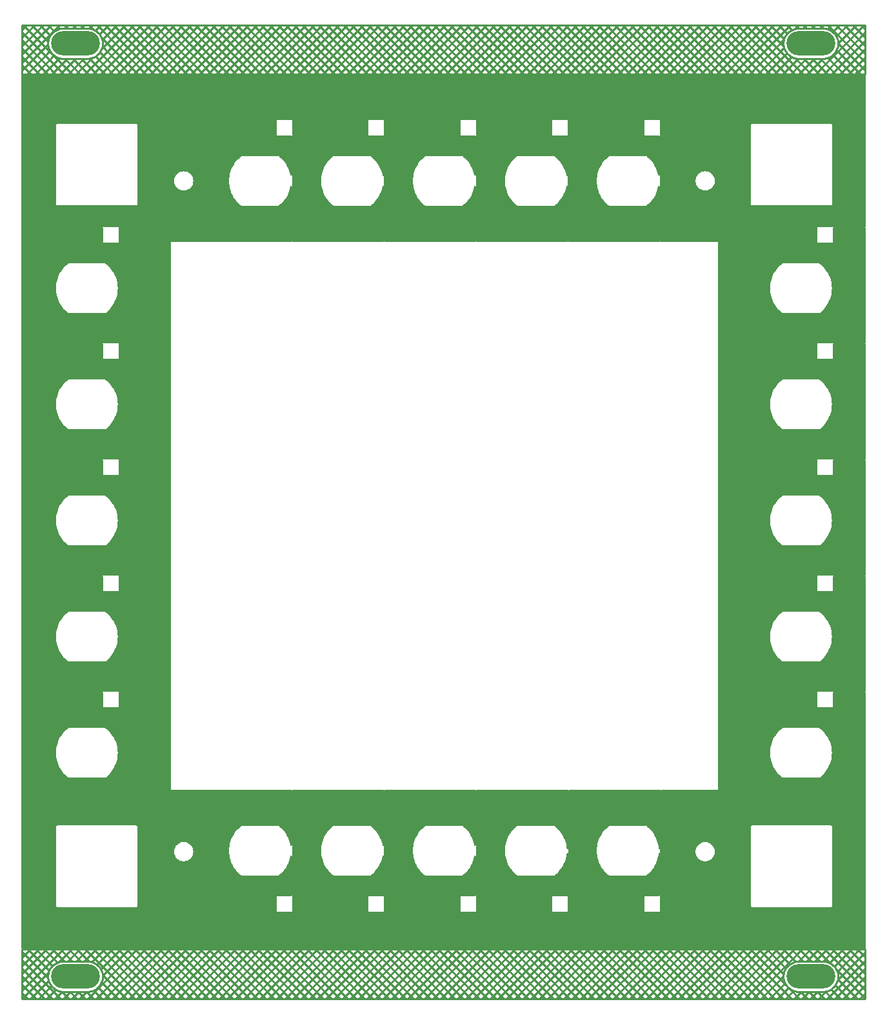
<source format=gbl>
G04 Layer: BottomLayer*
G04 EasyEDA v6.5.29, 2023-07-19 21:34:44*
G04 25dd6f9caf2f465b81daf7de5460995f,5a6b42c53f6a479593ecc07194224c93,10*
G04 Gerber Generator version 0.2*
G04 Scale: 100 percent, Rotated: No, Reflected: No *
G04 Dimensions in millimeters *
G04 leading zeros omitted , absolute positions ,4 integer and 5 decimal *
%FSLAX45Y45*%
%MOMM*%

%ADD10C,0.2540*%
%ADD11O,6.4000126X3.1999936*%

%LPD*%
G36*
X36068Y698500D02*
G01*
X32156Y699262D01*
X28905Y701497D01*
X26670Y704748D01*
X25908Y708660D01*
X25908Y4053840D01*
X26670Y4057751D01*
X28905Y4061002D01*
X32156Y4063237D01*
X36068Y4064000D01*
X32156Y4064762D01*
X28905Y4066997D01*
X26670Y4070248D01*
X25908Y4074160D01*
X25908Y5577840D01*
X26670Y5581751D01*
X28905Y5585002D01*
X32156Y5587238D01*
X36068Y5588000D01*
X32156Y5588762D01*
X28905Y5590997D01*
X26670Y5594248D01*
X25908Y5598160D01*
X25908Y7101840D01*
X26670Y7105751D01*
X28905Y7109002D01*
X32156Y7111238D01*
X36068Y7112000D01*
X32156Y7112762D01*
X28905Y7114997D01*
X26670Y7118248D01*
X25908Y7122159D01*
X25908Y8625840D01*
X26670Y8629751D01*
X28905Y8633002D01*
X32156Y8635238D01*
X36068Y8636000D01*
X32156Y8636762D01*
X28905Y8638997D01*
X26670Y8642248D01*
X25908Y8646160D01*
X25908Y10149840D01*
X26670Y10153751D01*
X28905Y10157002D01*
X32156Y10159238D01*
X36068Y10160000D01*
X32156Y10160762D01*
X28905Y10162997D01*
X26670Y10166248D01*
X25908Y10170160D01*
X25908Y12150090D01*
X26670Y12154001D01*
X28905Y12157252D01*
X32156Y12159488D01*
X36068Y12160250D01*
X11101832Y12160250D01*
X11105743Y12159488D01*
X11108994Y12157252D01*
X11111230Y12154001D01*
X11111992Y12150090D01*
X11111992Y10170160D01*
X11111230Y10166248D01*
X11108994Y10162997D01*
X11105743Y10160762D01*
X11101832Y10160000D01*
X11105743Y10159238D01*
X11108994Y10157002D01*
X11111230Y10153751D01*
X11111992Y10149840D01*
X11111992Y9801860D01*
X11111230Y9797948D01*
X11108994Y9794697D01*
X11105743Y9792462D01*
X11101832Y9791700D01*
X11105743Y9790938D01*
X11108994Y9788702D01*
X11111230Y9785451D01*
X11111992Y9781540D01*
X11111992Y8646160D01*
X11111230Y8642248D01*
X11108994Y8638997D01*
X11105743Y8636762D01*
X11101832Y8636000D01*
X11105743Y8635238D01*
X11108994Y8633002D01*
X11111230Y8629751D01*
X11111992Y8625840D01*
X11111992Y7122159D01*
X11111230Y7118248D01*
X11108994Y7114997D01*
X11105743Y7112762D01*
X11101832Y7112000D01*
X11105743Y7111238D01*
X11108994Y7109002D01*
X11111230Y7105751D01*
X11111992Y7101840D01*
X11111992Y5598160D01*
X11111230Y5594248D01*
X11108994Y5590997D01*
X11105743Y5588762D01*
X11101832Y5588000D01*
X11105743Y5587238D01*
X11108994Y5585002D01*
X11111230Y5581751D01*
X11111992Y5577840D01*
X11111992Y4074160D01*
X11111230Y4070248D01*
X11108994Y4066997D01*
X11105743Y4064762D01*
X11101832Y4064000D01*
X11105743Y4063237D01*
X11108994Y4061002D01*
X11111230Y4057751D01*
X11111992Y4053840D01*
X11111992Y708660D01*
X11111230Y704748D01*
X11108994Y701497D01*
X11105743Y699262D01*
X11101832Y698500D01*
G37*

%LPC*%
G36*
X3581400Y11356340D02*
G01*
X3581400Y11568684D01*
X3580384Y11569700D01*
X3379215Y11569700D01*
X3378200Y11568684D01*
X3378200Y11367516D01*
X3379215Y11366500D01*
X3571240Y11366500D01*
X3575151Y11365738D01*
X3578402Y11363502D01*
X3580637Y11360251D01*
G37*
G36*
X5792216Y1181100D02*
G01*
X5993384Y1181100D01*
X5994400Y1182116D01*
X5994400Y1394460D01*
X5993638Y1390548D01*
X5991402Y1387297D01*
X5988151Y1385062D01*
X5984240Y1384300D01*
X5792216Y1384300D01*
X5791200Y1383284D01*
X5791200Y1182116D01*
X5791352Y1181252D01*
G37*
G36*
X4585716Y1181100D02*
G01*
X4786884Y1181100D01*
X4787900Y1182116D01*
X4787900Y1394460D01*
X4787138Y1390548D01*
X4784902Y1387297D01*
X4781651Y1385062D01*
X4777740Y1384300D01*
X4585716Y1384300D01*
X4584700Y1383284D01*
X4584700Y1182116D01*
G37*
G36*
X6998716Y1181100D02*
G01*
X7199884Y1181100D01*
X7200900Y1182116D01*
X7201001Y1394358D01*
X7200188Y1390497D01*
X7198004Y1387246D01*
X7194702Y1385062D01*
X7190841Y1384300D01*
X6998716Y1384300D01*
X6997700Y1383284D01*
X6997700Y1182116D01*
G37*
G36*
X8205216Y1181100D02*
G01*
X8406384Y1181100D01*
X8407400Y1182116D01*
X8407501Y1394358D01*
X8406688Y1390497D01*
X8404504Y1387246D01*
X8401202Y1385062D01*
X8397341Y1384300D01*
X8205216Y1384300D01*
X8204200Y1383284D01*
X8204200Y1182116D01*
G37*
G36*
X508558Y1240078D02*
G01*
X1527454Y1240078D01*
X1533753Y1240790D01*
X1539189Y1242720D01*
X1544116Y1245819D01*
X1548180Y1249883D01*
X1551279Y1254810D01*
X1553210Y1260246D01*
X1553921Y1266545D01*
X1553921Y2285441D01*
X1553210Y2291740D01*
X1551279Y2297226D01*
X1548180Y2302103D01*
X1544116Y2306218D01*
X1539189Y2309266D01*
X1533753Y2311196D01*
X1527454Y2311908D01*
X508558Y2311908D01*
X502259Y2311196D01*
X496773Y2309266D01*
X491896Y2306218D01*
X487781Y2302103D01*
X484733Y2297226D01*
X482803Y2291740D01*
X482092Y2285441D01*
X482092Y1266545D01*
X482803Y1260246D01*
X484733Y1254810D01*
X487781Y1249883D01*
X491896Y1245819D01*
X496773Y1242720D01*
X502259Y1240790D01*
G37*
G36*
X9627158Y1240078D02*
G01*
X10646054Y1240078D01*
X10652353Y1240790D01*
X10657789Y1242720D01*
X10662716Y1245819D01*
X10666780Y1249883D01*
X10669879Y1254810D01*
X10671810Y1260246D01*
X10672521Y1266545D01*
X10672521Y2285441D01*
X10671810Y2291740D01*
X10669879Y2297226D01*
X10666780Y2302103D01*
X10662716Y2306218D01*
X10657789Y2309266D01*
X10652353Y2311196D01*
X10646054Y2311908D01*
X9627158Y2311908D01*
X9620859Y2311196D01*
X9615373Y2309266D01*
X9610496Y2306218D01*
X9606381Y2302103D01*
X9603333Y2297226D01*
X9601403Y2291740D01*
X9600692Y2285441D01*
X9600692Y1266545D01*
X9601403Y1260246D01*
X9603333Y1254810D01*
X9606381Y1249883D01*
X9610496Y1245819D01*
X9615373Y1242720D01*
X9620859Y1240790D01*
G37*
G36*
X4134764Y1655267D02*
G01*
X4602632Y1655267D01*
X4608931Y1656029D01*
X4614418Y1657908D01*
X4619244Y1660956D01*
X4625136Y1666900D01*
X4640427Y1679752D01*
X4660798Y1699463D01*
X4679746Y1720494D01*
X4697171Y1742846D01*
X4712970Y1766316D01*
X4727092Y1790852D01*
X4739487Y1816303D01*
X4750104Y1842566D01*
X4758842Y1869541D01*
X4765700Y1897024D01*
X4767732Y1908708D01*
X4769358Y1912670D01*
X4772456Y1915617D01*
X4776470Y1917039D01*
X4780737Y1916684D01*
X4784445Y1914550D01*
X4786985Y1911146D01*
X4787900Y1906930D01*
X4787900Y2055418D01*
X4786985Y2051253D01*
X4784445Y2047798D01*
X4780737Y2045716D01*
X4776470Y2045360D01*
X4772456Y2046782D01*
X4769358Y2049729D01*
X4767732Y2053691D01*
X4765598Y2065731D01*
X4758740Y2093214D01*
X4750003Y2120138D01*
X4739386Y2146350D01*
X4726940Y2171801D01*
X4712817Y2196338D01*
X4696968Y2219807D01*
X4679492Y2242159D01*
X4660544Y2263190D01*
X4640173Y2282850D01*
X4624374Y2296160D01*
X4619244Y2301443D01*
X4614418Y2304491D01*
X4608931Y2306370D01*
X4602632Y2307082D01*
X4134764Y2307082D01*
X4128465Y2306370D01*
X4122978Y2304491D01*
X4118101Y2301392D01*
X4112514Y2295855D01*
X4097020Y2282850D01*
X4076649Y2263190D01*
X4057700Y2242159D01*
X4040225Y2219807D01*
X4024426Y2196338D01*
X4010253Y2171801D01*
X3997807Y2146350D01*
X3987190Y2120138D01*
X3978452Y2093214D01*
X3971594Y2065731D01*
X3966667Y2037842D01*
X3963720Y2009648D01*
X3962704Y1981352D01*
X3963670Y1953056D01*
X3966616Y1924913D01*
X3971544Y1897024D01*
X3978351Y1869541D01*
X3987088Y1842566D01*
X3997706Y1816303D01*
X4010101Y1790852D01*
X4024223Y1766316D01*
X4040073Y1742846D01*
X4057497Y1720494D01*
X4076395Y1699463D01*
X4096765Y1679752D01*
X4113174Y1665884D01*
X4118101Y1661007D01*
X4122978Y1657908D01*
X4128465Y1656029D01*
G37*
G36*
X2928264Y1655267D02*
G01*
X3396132Y1655267D01*
X3402431Y1656029D01*
X3407918Y1657908D01*
X3412744Y1660956D01*
X3418636Y1666900D01*
X3433927Y1679752D01*
X3454298Y1699463D01*
X3473246Y1720494D01*
X3490671Y1742846D01*
X3506470Y1766316D01*
X3520592Y1790852D01*
X3532987Y1816303D01*
X3543604Y1842566D01*
X3552342Y1869541D01*
X3559200Y1897024D01*
X3561232Y1908708D01*
X3562858Y1912670D01*
X3565956Y1915617D01*
X3569970Y1917039D01*
X3574237Y1916684D01*
X3577945Y1914550D01*
X3580485Y1911146D01*
X3581400Y1906930D01*
X3581400Y2055418D01*
X3580485Y2051253D01*
X3577945Y2047798D01*
X3574237Y2045716D01*
X3569970Y2045360D01*
X3565956Y2046782D01*
X3562858Y2049729D01*
X3561232Y2053691D01*
X3559098Y2065731D01*
X3552240Y2093214D01*
X3543503Y2120138D01*
X3532886Y2146350D01*
X3520440Y2171801D01*
X3506317Y2196338D01*
X3490468Y2219807D01*
X3472992Y2242159D01*
X3454044Y2263190D01*
X3433673Y2282850D01*
X3417874Y2296160D01*
X3412744Y2301443D01*
X3407918Y2304491D01*
X3402431Y2306370D01*
X3396132Y2307082D01*
X2928264Y2307082D01*
X2921965Y2306370D01*
X2916478Y2304491D01*
X2911602Y2301392D01*
X2906014Y2295855D01*
X2890520Y2282850D01*
X2870149Y2263190D01*
X2851200Y2242159D01*
X2833725Y2219807D01*
X2817926Y2196338D01*
X2803753Y2171801D01*
X2791307Y2146350D01*
X2780690Y2120138D01*
X2771952Y2093214D01*
X2765094Y2065731D01*
X2760167Y2037842D01*
X2757220Y2009648D01*
X2756204Y1981352D01*
X2757170Y1953056D01*
X2760116Y1924913D01*
X2765044Y1897024D01*
X2771851Y1869541D01*
X2780588Y1842566D01*
X2791206Y1816303D01*
X2803601Y1790852D01*
X2817723Y1766316D01*
X2833573Y1742846D01*
X2850997Y1720494D01*
X2869895Y1699463D01*
X2890266Y1679752D01*
X2906674Y1665884D01*
X2911602Y1661007D01*
X2916478Y1657908D01*
X2921965Y1656029D01*
G37*
G36*
X5341264Y1655267D02*
G01*
X5809132Y1655267D01*
X5815431Y1656029D01*
X5820918Y1657908D01*
X5825744Y1660956D01*
X5831636Y1666900D01*
X5846927Y1679752D01*
X5867298Y1699463D01*
X5886246Y1720494D01*
X5903671Y1742846D01*
X5919470Y1766316D01*
X5933592Y1790852D01*
X5945987Y1816303D01*
X5956604Y1842566D01*
X5965342Y1869541D01*
X5972200Y1897024D01*
X5974232Y1908708D01*
X5975858Y1912670D01*
X5978956Y1915617D01*
X5982970Y1917039D01*
X5987237Y1916684D01*
X5990945Y1914550D01*
X5993485Y1911146D01*
X5994400Y1906930D01*
X5994400Y2055418D01*
X5993485Y2051253D01*
X5990945Y2047798D01*
X5987237Y2045716D01*
X5982970Y2045360D01*
X5978956Y2046782D01*
X5975858Y2049729D01*
X5974232Y2053691D01*
X5972098Y2065731D01*
X5965240Y2093214D01*
X5956503Y2120138D01*
X5945886Y2146350D01*
X5933440Y2171801D01*
X5919317Y2196338D01*
X5903468Y2219807D01*
X5885992Y2242159D01*
X5867044Y2263190D01*
X5846673Y2282850D01*
X5830874Y2296160D01*
X5825744Y2301443D01*
X5820918Y2304491D01*
X5815431Y2306370D01*
X5809132Y2307082D01*
X5341264Y2307082D01*
X5334965Y2306370D01*
X5329478Y2304491D01*
X5324602Y2301392D01*
X5319014Y2295855D01*
X5303520Y2282850D01*
X5283149Y2263190D01*
X5264200Y2242159D01*
X5246725Y2219807D01*
X5230926Y2196338D01*
X5216753Y2171801D01*
X5204307Y2146350D01*
X5193690Y2120138D01*
X5184952Y2093214D01*
X5178094Y2065731D01*
X5173167Y2037842D01*
X5170220Y2009648D01*
X5169204Y1981352D01*
X5170170Y1953056D01*
X5173116Y1924913D01*
X5178044Y1897024D01*
X5184851Y1869541D01*
X5193588Y1842566D01*
X5204206Y1816303D01*
X5216601Y1790852D01*
X5230723Y1766316D01*
X5246573Y1742846D01*
X5263997Y1720494D01*
X5282895Y1699463D01*
X5303266Y1679752D01*
X5319674Y1665884D01*
X5324602Y1661007D01*
X5329478Y1657908D01*
X5334965Y1656029D01*
G37*
G36*
X6547764Y1655267D02*
G01*
X7015632Y1655267D01*
X7021931Y1656029D01*
X7027418Y1657908D01*
X7032244Y1660956D01*
X7038136Y1666900D01*
X7053427Y1679752D01*
X7073798Y1699463D01*
X7092746Y1720494D01*
X7110171Y1742846D01*
X7125970Y1766316D01*
X7140092Y1790852D01*
X7152487Y1816303D01*
X7163104Y1842566D01*
X7171842Y1869541D01*
X7178700Y1897024D01*
X7183577Y1924913D01*
X7185710Y1945386D01*
X7187133Y1949551D01*
X7190130Y1952752D01*
X7194194Y1954377D01*
X7198563Y1954123D01*
X7202474Y1952040D01*
X7205065Y1948535D01*
X7205980Y1944268D01*
X7206589Y2012137D01*
X7205624Y2007920D01*
X7202982Y2004466D01*
X7199122Y2002434D01*
X7194753Y2002231D01*
X7190689Y2003856D01*
X7187742Y2007057D01*
X7186320Y2011172D01*
X7183526Y2037842D01*
X7178598Y2065731D01*
X7171740Y2093214D01*
X7163003Y2120138D01*
X7152386Y2146350D01*
X7139940Y2171801D01*
X7125817Y2196338D01*
X7109968Y2219807D01*
X7092492Y2242159D01*
X7073544Y2263190D01*
X7053173Y2282850D01*
X7037374Y2296160D01*
X7032244Y2301443D01*
X7027418Y2304491D01*
X7021931Y2306370D01*
X7015632Y2307082D01*
X6547764Y2307082D01*
X6541465Y2306370D01*
X6535978Y2304491D01*
X6531102Y2301392D01*
X6525514Y2295855D01*
X6510020Y2282850D01*
X6489649Y2263190D01*
X6470700Y2242159D01*
X6453225Y2219807D01*
X6437426Y2196338D01*
X6423253Y2171801D01*
X6410807Y2146350D01*
X6400190Y2120138D01*
X6391452Y2093214D01*
X6384594Y2065731D01*
X6379667Y2037842D01*
X6376720Y2009648D01*
X6375704Y1981352D01*
X6376670Y1953056D01*
X6379616Y1924913D01*
X6384544Y1897024D01*
X6391351Y1869541D01*
X6400088Y1842566D01*
X6410706Y1816303D01*
X6423101Y1790852D01*
X6437223Y1766316D01*
X6453073Y1742846D01*
X6470497Y1720494D01*
X6489395Y1699463D01*
X6509766Y1679752D01*
X6526174Y1665884D01*
X6531102Y1661007D01*
X6535978Y1657908D01*
X6541465Y1656029D01*
G37*
G36*
X7754264Y1655267D02*
G01*
X8222132Y1655267D01*
X8228431Y1656029D01*
X8233918Y1657908D01*
X8238744Y1660956D01*
X8244636Y1666900D01*
X8259927Y1679752D01*
X8280298Y1699463D01*
X8299246Y1720494D01*
X8316671Y1742846D01*
X8332470Y1766316D01*
X8346592Y1790852D01*
X8358987Y1816303D01*
X8369604Y1842566D01*
X8378342Y1869541D01*
X8385200Y1897024D01*
X8390077Y1924913D01*
X8392210Y1945386D01*
X8393633Y1949551D01*
X8396630Y1952752D01*
X8400694Y1954377D01*
X8405063Y1954123D01*
X8408974Y1952040D01*
X8411565Y1948535D01*
X8412480Y1944268D01*
X8413089Y2012137D01*
X8412124Y2007920D01*
X8409482Y2004466D01*
X8405622Y2002434D01*
X8401253Y2002231D01*
X8397189Y2003856D01*
X8394242Y2007057D01*
X8392820Y2011172D01*
X8390026Y2037842D01*
X8385098Y2065731D01*
X8378240Y2093214D01*
X8369503Y2120138D01*
X8358886Y2146350D01*
X8346440Y2171801D01*
X8332317Y2196338D01*
X8316468Y2219807D01*
X8298992Y2242159D01*
X8280044Y2263190D01*
X8259673Y2282850D01*
X8243874Y2296160D01*
X8238744Y2301443D01*
X8233918Y2304491D01*
X8228431Y2306370D01*
X8222132Y2307082D01*
X7754264Y2307082D01*
X7747965Y2306370D01*
X7742478Y2304491D01*
X7737602Y2301392D01*
X7732014Y2295855D01*
X7716520Y2282850D01*
X7696149Y2263190D01*
X7677200Y2242159D01*
X7659725Y2219807D01*
X7643926Y2196338D01*
X7629753Y2171801D01*
X7617307Y2146350D01*
X7606690Y2120138D01*
X7597952Y2093214D01*
X7591094Y2065731D01*
X7586167Y2037842D01*
X7583220Y2009648D01*
X7582204Y1981352D01*
X7583170Y1953056D01*
X7586116Y1924913D01*
X7591044Y1897024D01*
X7597851Y1869541D01*
X7606588Y1842566D01*
X7617206Y1816303D01*
X7629601Y1790852D01*
X7643723Y1766316D01*
X7659573Y1742846D01*
X7676997Y1720494D01*
X7695895Y1699463D01*
X7716266Y1679752D01*
X7732674Y1665884D01*
X7737602Y1661007D01*
X7742478Y1657908D01*
X7747965Y1656029D01*
G37*
G36*
X2159000Y1842617D02*
G01*
X2174189Y1843532D01*
X2189124Y1846275D01*
X2203653Y1850796D01*
X2217521Y1857044D01*
X2230526Y1864868D01*
X2242464Y1874266D01*
X2253234Y1885035D01*
X2262581Y1896973D01*
X2270455Y1909978D01*
X2276703Y1923846D01*
X2281224Y1938375D01*
X2283968Y1953310D01*
X2284882Y1968500D01*
X2283968Y1983689D01*
X2281224Y1998624D01*
X2276703Y2013153D01*
X2270455Y2027021D01*
X2262581Y2040026D01*
X2253234Y2051964D01*
X2242464Y2062734D01*
X2230526Y2072081D01*
X2217521Y2079955D01*
X2203653Y2086203D01*
X2189124Y2090724D01*
X2174189Y2093468D01*
X2159000Y2094382D01*
X2143810Y2093468D01*
X2128875Y2090724D01*
X2114346Y2086203D01*
X2100478Y2079955D01*
X2087473Y2072081D01*
X2075535Y2062734D01*
X2064766Y2051964D01*
X2055368Y2040026D01*
X2047544Y2027021D01*
X2041296Y2013153D01*
X2036775Y1998624D01*
X2034032Y1983689D01*
X2033117Y1968500D01*
X2034032Y1953310D01*
X2036775Y1938375D01*
X2041296Y1923846D01*
X2047544Y1909978D01*
X2055368Y1896973D01*
X2064766Y1885035D01*
X2075535Y1874266D01*
X2087473Y1864868D01*
X2100478Y1857044D01*
X2114346Y1850796D01*
X2128875Y1846275D01*
X2143810Y1843532D01*
G37*
G36*
X9004300Y1842617D02*
G01*
X9019489Y1843532D01*
X9034424Y1846275D01*
X9048953Y1850796D01*
X9062821Y1857044D01*
X9075826Y1864868D01*
X9087764Y1874266D01*
X9098534Y1885035D01*
X9107881Y1896973D01*
X9115755Y1909978D01*
X9122003Y1923846D01*
X9126524Y1938375D01*
X9129268Y1953310D01*
X9130182Y1968500D01*
X9129268Y1983689D01*
X9126524Y1998624D01*
X9122003Y2013153D01*
X9115755Y2027021D01*
X9107881Y2040026D01*
X9098534Y2051964D01*
X9087764Y2062734D01*
X9075826Y2072081D01*
X9062821Y2079955D01*
X9048953Y2086203D01*
X9034424Y2090724D01*
X9019489Y2093468D01*
X9004300Y2094382D01*
X8989110Y2093468D01*
X8974175Y2090724D01*
X8959646Y2086203D01*
X8945778Y2079955D01*
X8932773Y2072081D01*
X8920835Y2062734D01*
X8910066Y2051964D01*
X8900718Y2040026D01*
X8892844Y2027021D01*
X8886596Y2013153D01*
X8882075Y1998624D01*
X8879332Y1983689D01*
X8878417Y1968500D01*
X8879332Y1953310D01*
X8882075Y1938375D01*
X8886596Y1923846D01*
X8892844Y1909978D01*
X8900718Y1896973D01*
X8910066Y1885035D01*
X8920835Y1874266D01*
X8932773Y1864868D01*
X8945778Y1857044D01*
X8959646Y1850796D01*
X8974175Y1846275D01*
X8989110Y1843532D01*
G37*
G36*
X8407400Y11356340D02*
G01*
X8407400Y11568684D01*
X8406384Y11569700D01*
X8205216Y11569700D01*
X8204200Y11568684D01*
X8204200Y11367516D01*
X8205216Y11366500D01*
X8397240Y11366500D01*
X8401151Y11365738D01*
X8404402Y11363502D01*
X8406638Y11360251D01*
G37*
G36*
X5994400Y11356340D02*
G01*
X5994400Y11568684D01*
X5993384Y11569700D01*
X5792216Y11569700D01*
X5791200Y11568684D01*
X5791200Y11367516D01*
X5792216Y11366500D01*
X5984240Y11366500D01*
X5988151Y11365738D01*
X5991402Y11363502D01*
X5993638Y11360251D01*
G37*
G36*
X7200900Y11356340D02*
G01*
X7200900Y11568684D01*
X7199884Y11569700D01*
X6998716Y11569700D01*
X6997700Y11568684D01*
X6997700Y11367516D01*
X6998716Y11366500D01*
X7190740Y11366500D01*
X7194651Y11365738D01*
X7197902Y11363502D01*
X7200138Y11360251D01*
G37*
G36*
X4787900Y11356340D02*
G01*
X4787900Y11568684D01*
X4786884Y11569700D01*
X4585716Y11569700D01*
X4584700Y11568684D01*
X4584700Y11367516D01*
X4585716Y11366500D01*
X4777740Y11366500D01*
X4781651Y11365738D01*
X4784902Y11363502D01*
X4787138Y11360251D01*
G37*
G36*
X9004300Y10643666D02*
G01*
X9019438Y10644632D01*
X9034424Y10647324D01*
X9048902Y10651896D01*
X9062770Y10658094D01*
X9075775Y10665968D01*
X9087764Y10675366D01*
X9098534Y10686084D01*
X9107881Y10698073D01*
X9115755Y10711078D01*
X9122003Y10724946D01*
X9126524Y10739475D01*
X9129268Y10754410D01*
X9130182Y10769600D01*
X9129268Y10784738D01*
X9126524Y10799724D01*
X9122003Y10814202D01*
X9115755Y10828070D01*
X9107881Y10841075D01*
X9098534Y10853064D01*
X9087764Y10863834D01*
X9075775Y10873181D01*
X9062770Y10881055D01*
X9048902Y10887303D01*
X9034424Y10891824D01*
X9019438Y10894568D01*
X9004300Y10895482D01*
X8989110Y10894568D01*
X8974175Y10891824D01*
X8959646Y10887303D01*
X8945778Y10881055D01*
X8932773Y10873181D01*
X8920784Y10863834D01*
X8910066Y10853064D01*
X8900668Y10841075D01*
X8892794Y10828070D01*
X8886596Y10814202D01*
X8882075Y10799724D01*
X8879332Y10784738D01*
X8878417Y10769600D01*
X8879332Y10754410D01*
X8882075Y10739475D01*
X8886596Y10724946D01*
X8892794Y10711078D01*
X8900668Y10698073D01*
X8910066Y10686084D01*
X8920784Y10675366D01*
X8932773Y10665968D01*
X8945778Y10658094D01*
X8959646Y10651896D01*
X8974175Y10647324D01*
X8989110Y10644632D01*
G37*
G36*
X2159000Y10643666D02*
G01*
X2174189Y10644632D01*
X2189124Y10647324D01*
X2203653Y10651896D01*
X2217521Y10658094D01*
X2230526Y10665968D01*
X2242464Y10675366D01*
X2253234Y10686084D01*
X2262581Y10698073D01*
X2270455Y10711078D01*
X2276703Y10724946D01*
X2281224Y10739475D01*
X2283968Y10754410D01*
X2284882Y10769600D01*
X2283968Y10784738D01*
X2281224Y10799724D01*
X2276703Y10814202D01*
X2270455Y10828070D01*
X2262581Y10841075D01*
X2253234Y10853064D01*
X2242464Y10863834D01*
X2230526Y10873181D01*
X2217521Y10881055D01*
X2203653Y10887303D01*
X2189124Y10891824D01*
X2174189Y10894568D01*
X2159000Y10895482D01*
X2143810Y10894568D01*
X2128875Y10891824D01*
X2114346Y10887303D01*
X2100478Y10881055D01*
X2087473Y10873181D01*
X2075535Y10863834D01*
X2064766Y10853064D01*
X2055368Y10841075D01*
X2047544Y10828070D01*
X2041296Y10814202D01*
X2036775Y10799724D01*
X2034032Y10784738D01*
X2033117Y10769600D01*
X2034032Y10754410D01*
X2036775Y10739475D01*
X2041296Y10724946D01*
X2047544Y10711078D01*
X2055368Y10698073D01*
X2064766Y10686084D01*
X2075535Y10675366D01*
X2087473Y10665968D01*
X2100478Y10658094D01*
X2114346Y10651896D01*
X2128875Y10647324D01*
X2143810Y10644632D01*
G37*
G36*
X9627158Y10447578D02*
G01*
X10646054Y10447578D01*
X10652353Y10448290D01*
X10657789Y10450220D01*
X10662716Y10453319D01*
X10666780Y10457383D01*
X10669879Y10462310D01*
X10671810Y10467746D01*
X10672521Y10474045D01*
X10672521Y11492941D01*
X10671810Y11499240D01*
X10669879Y11504726D01*
X10666780Y11509603D01*
X10662716Y11513718D01*
X10657789Y11516766D01*
X10652353Y11518696D01*
X10646054Y11519408D01*
X9627158Y11519408D01*
X9620859Y11518696D01*
X9615373Y11516766D01*
X9610496Y11513718D01*
X9606381Y11509603D01*
X9603333Y11504726D01*
X9601403Y11499240D01*
X9600692Y11492941D01*
X9600692Y10474045D01*
X9601403Y10467746D01*
X9603333Y10462310D01*
X9606381Y10457383D01*
X9610496Y10453319D01*
X9615373Y10450220D01*
X9620859Y10448290D01*
G37*
G36*
X508558Y10447578D02*
G01*
X1527454Y10447578D01*
X1533753Y10448290D01*
X1539189Y10450220D01*
X1544116Y10453319D01*
X1548180Y10457383D01*
X1551279Y10462310D01*
X1553210Y10467746D01*
X1553921Y10474045D01*
X1553921Y11492941D01*
X1553210Y11499240D01*
X1551279Y11504726D01*
X1548180Y11509603D01*
X1544116Y11513718D01*
X1539189Y11516766D01*
X1533753Y11518696D01*
X1527454Y11519408D01*
X508558Y11519408D01*
X502259Y11518696D01*
X496773Y11516766D01*
X491896Y11513718D01*
X487781Y11509603D01*
X484733Y11504726D01*
X482803Y11499240D01*
X482092Y11492941D01*
X482092Y10474045D01*
X482803Y10467746D01*
X484733Y10462310D01*
X487781Y10457383D01*
X491896Y10453319D01*
X496773Y10450220D01*
X502259Y10448290D01*
G37*
G36*
X5341366Y10443667D02*
G01*
X5809234Y10443667D01*
X5815533Y10444429D01*
X5821019Y10446308D01*
X5825845Y10449356D01*
X5831738Y10455300D01*
X5847029Y10468152D01*
X5867400Y10487863D01*
X5886348Y10508894D01*
X5903722Y10531246D01*
X5919571Y10554716D01*
X5933694Y10579252D01*
X5946089Y10604703D01*
X5956706Y10630966D01*
X5965444Y10657941D01*
X5972251Y10685424D01*
X5974232Y10696549D01*
X5975858Y10700512D01*
X5978956Y10703458D01*
X5982970Y10704880D01*
X5987237Y10704474D01*
X5990945Y10702391D01*
X5993485Y10698988D01*
X5994400Y10694771D01*
X5994400Y10844377D01*
X5993485Y10840212D01*
X5990945Y10836757D01*
X5987237Y10834674D01*
X5982970Y10834319D01*
X5978956Y10835741D01*
X5975858Y10838688D01*
X5974232Y10842650D01*
X5972200Y10854131D01*
X5965342Y10881614D01*
X5956604Y10908538D01*
X5945987Y10934750D01*
X5933541Y10960201D01*
X5919368Y10984738D01*
X5903569Y11008207D01*
X5886094Y11030559D01*
X5867146Y11051590D01*
X5846775Y11071250D01*
X5830976Y11084560D01*
X5825845Y11089843D01*
X5821019Y11092891D01*
X5815533Y11094770D01*
X5809234Y11095482D01*
X5341366Y11095482D01*
X5335066Y11094770D01*
X5329580Y11092891D01*
X5324703Y11089792D01*
X5319115Y11084255D01*
X5303621Y11071250D01*
X5283250Y11051590D01*
X5264302Y11030559D01*
X5246827Y11008207D01*
X5231028Y10984738D01*
X5216855Y10960201D01*
X5204409Y10934750D01*
X5193792Y10908538D01*
X5185054Y10881614D01*
X5178196Y10854131D01*
X5173268Y10826242D01*
X5170322Y10798048D01*
X5169306Y10769752D01*
X5170271Y10741456D01*
X5173218Y10713313D01*
X5178145Y10685424D01*
X5184952Y10657941D01*
X5193690Y10630966D01*
X5204307Y10604703D01*
X5216702Y10579252D01*
X5230825Y10554716D01*
X5246674Y10531246D01*
X5264099Y10508894D01*
X5282996Y10487863D01*
X5303367Y10468152D01*
X5319776Y10454284D01*
X5324703Y10449407D01*
X5329580Y10446308D01*
X5335066Y10444429D01*
G37*
G36*
X4134865Y10443667D02*
G01*
X4602734Y10443667D01*
X4609033Y10444429D01*
X4614519Y10446308D01*
X4619345Y10449356D01*
X4625238Y10455300D01*
X4640529Y10468152D01*
X4660900Y10487863D01*
X4679848Y10508894D01*
X4697222Y10531246D01*
X4713071Y10554716D01*
X4727194Y10579252D01*
X4739589Y10604703D01*
X4750206Y10630966D01*
X4758944Y10657941D01*
X4765751Y10685424D01*
X4767732Y10696549D01*
X4769358Y10700512D01*
X4772456Y10703458D01*
X4776470Y10704880D01*
X4780737Y10704474D01*
X4784445Y10702391D01*
X4786985Y10698988D01*
X4787900Y10694771D01*
X4787900Y10844377D01*
X4786985Y10840212D01*
X4784445Y10836757D01*
X4780737Y10834674D01*
X4776470Y10834319D01*
X4772456Y10835741D01*
X4769358Y10838688D01*
X4767732Y10842650D01*
X4765700Y10854131D01*
X4758842Y10881614D01*
X4750104Y10908538D01*
X4739487Y10934750D01*
X4727041Y10960201D01*
X4712868Y10984738D01*
X4697069Y11008207D01*
X4679594Y11030559D01*
X4660646Y11051590D01*
X4640275Y11071250D01*
X4624476Y11084560D01*
X4619345Y11089843D01*
X4614519Y11092891D01*
X4609033Y11094770D01*
X4602734Y11095482D01*
X4134865Y11095482D01*
X4128566Y11094770D01*
X4123080Y11092891D01*
X4118203Y11089792D01*
X4112615Y11084255D01*
X4097121Y11071250D01*
X4076750Y11051590D01*
X4057802Y11030559D01*
X4040327Y11008207D01*
X4024528Y10984738D01*
X4010355Y10960201D01*
X3997909Y10934750D01*
X3987292Y10908538D01*
X3978554Y10881614D01*
X3971696Y10854131D01*
X3966768Y10826242D01*
X3963822Y10798048D01*
X3962806Y10769752D01*
X3963771Y10741456D01*
X3966718Y10713313D01*
X3971645Y10685424D01*
X3978452Y10657941D01*
X3987190Y10630966D01*
X3997807Y10604703D01*
X4010202Y10579252D01*
X4024325Y10554716D01*
X4040174Y10531246D01*
X4057599Y10508894D01*
X4076496Y10487863D01*
X4096867Y10468152D01*
X4113276Y10454284D01*
X4118203Y10449407D01*
X4123080Y10446308D01*
X4128566Y10444429D01*
G37*
G36*
X3581400Y2771140D02*
G01*
X3582162Y2775051D01*
X3584397Y2778302D01*
X3587648Y2780538D01*
X3591560Y2781300D01*
X4777740Y2781300D01*
X4781651Y2780538D01*
X4784902Y2778302D01*
X4787138Y2775051D01*
X4787900Y2771140D01*
X4788662Y2775051D01*
X4790897Y2778302D01*
X4794148Y2780538D01*
X4798060Y2781300D01*
X5984240Y2781300D01*
X5988151Y2780538D01*
X5991402Y2778302D01*
X5993638Y2775051D01*
X5994400Y2771140D01*
X5995162Y2775051D01*
X5997397Y2778302D01*
X6000648Y2780538D01*
X6004560Y2781300D01*
X7203338Y2781300D01*
X7207250Y2780538D01*
X7210552Y2778302D01*
X7212736Y2774950D01*
X7213498Y2771241D01*
X7214311Y2775102D01*
X7216495Y2778353D01*
X7219797Y2780538D01*
X7223658Y2781300D01*
X8409838Y2781300D01*
X8413750Y2780538D01*
X8417052Y2778302D01*
X8419236Y2774950D01*
X8419998Y2771241D01*
X8420811Y2775102D01*
X8422995Y2778353D01*
X8426297Y2780538D01*
X8430158Y2781300D01*
X9168384Y2781300D01*
X9169400Y2782316D01*
X9169400Y9781540D01*
X9170162Y9785451D01*
X9172397Y9788702D01*
X9175648Y9790938D01*
X9179560Y9791700D01*
X9175648Y9792462D01*
X9172397Y9794697D01*
X9170162Y9797948D01*
X9169400Y9801860D01*
X9169400Y9968484D01*
X9168384Y9969500D01*
X8417560Y9969500D01*
X8413648Y9970262D01*
X8410397Y9972497D01*
X8408162Y9975748D01*
X8407400Y9979660D01*
X8406638Y9975748D01*
X8404402Y9972497D01*
X8401151Y9970262D01*
X8397240Y9969500D01*
X7211059Y9969500D01*
X7207148Y9970262D01*
X7203897Y9972497D01*
X7201662Y9975748D01*
X7200900Y9979660D01*
X7200138Y9975748D01*
X7197902Y9972497D01*
X7194651Y9970262D01*
X7190740Y9969500D01*
X6004560Y9969500D01*
X6000648Y9970262D01*
X5997397Y9972497D01*
X5995162Y9975748D01*
X5994400Y9979660D01*
X5993638Y9975748D01*
X5991402Y9972497D01*
X5988151Y9970262D01*
X5984240Y9969500D01*
X4798060Y9969500D01*
X4794148Y9970262D01*
X4790897Y9972497D01*
X4788662Y9975748D01*
X4787900Y9979660D01*
X4787138Y9975748D01*
X4784902Y9972497D01*
X4781651Y9970262D01*
X4777740Y9969500D01*
X3591560Y9969500D01*
X3587648Y9970262D01*
X3584397Y9972497D01*
X3582162Y9975748D01*
X3581400Y9979660D01*
X3580637Y9975748D01*
X3578402Y9972497D01*
X3575151Y9970262D01*
X3571240Y9969500D01*
X1994916Y9969500D01*
X1993900Y9968484D01*
X1993900Y2782316D01*
X1994916Y2781300D01*
X3571240Y2781300D01*
X3575151Y2780538D01*
X3578402Y2778302D01*
X3580637Y2775051D01*
G37*
G36*
X2928366Y10443667D02*
G01*
X3396234Y10443667D01*
X3402533Y10444429D01*
X3408019Y10446308D01*
X3412845Y10449356D01*
X3418738Y10455300D01*
X3434029Y10468152D01*
X3454400Y10487863D01*
X3473348Y10508894D01*
X3490722Y10531246D01*
X3506571Y10554716D01*
X3520694Y10579252D01*
X3533089Y10604703D01*
X3543706Y10630966D01*
X3552444Y10657941D01*
X3559251Y10685424D01*
X3561232Y10696549D01*
X3562858Y10700512D01*
X3565956Y10703458D01*
X3569970Y10704880D01*
X3574237Y10704474D01*
X3577945Y10702391D01*
X3580485Y10698988D01*
X3581400Y10694771D01*
X3581400Y10844377D01*
X3580485Y10840212D01*
X3577945Y10836757D01*
X3574237Y10834674D01*
X3569970Y10834319D01*
X3565956Y10835741D01*
X3562858Y10838688D01*
X3561232Y10842650D01*
X3559200Y10854131D01*
X3552342Y10881614D01*
X3543604Y10908538D01*
X3532987Y10934750D01*
X3520541Y10960201D01*
X3506368Y10984738D01*
X3490569Y11008207D01*
X3473094Y11030559D01*
X3454146Y11051590D01*
X3433775Y11071250D01*
X3417976Y11084560D01*
X3412845Y11089843D01*
X3408019Y11092891D01*
X3402533Y11094770D01*
X3396234Y11095482D01*
X2928366Y11095482D01*
X2922066Y11094770D01*
X2916580Y11092891D01*
X2911703Y11089792D01*
X2906115Y11084255D01*
X2890621Y11071250D01*
X2870250Y11051590D01*
X2851302Y11030559D01*
X2833827Y11008207D01*
X2818028Y10984738D01*
X2803855Y10960201D01*
X2791409Y10934750D01*
X2780792Y10908538D01*
X2772054Y10881614D01*
X2765196Y10854131D01*
X2760268Y10826242D01*
X2757322Y10798048D01*
X2756306Y10769752D01*
X2757271Y10741456D01*
X2760218Y10713313D01*
X2765145Y10685424D01*
X2771952Y10657941D01*
X2780690Y10630966D01*
X2791307Y10604703D01*
X2803702Y10579252D01*
X2817825Y10554716D01*
X2833674Y10531246D01*
X2851099Y10508894D01*
X2869996Y10487863D01*
X2890367Y10468152D01*
X2906776Y10454284D01*
X2911703Y10449407D01*
X2916580Y10446308D01*
X2922066Y10444429D01*
G37*
G36*
X7754366Y10443667D02*
G01*
X8222234Y10443667D01*
X8228533Y10444429D01*
X8234019Y10446308D01*
X8238845Y10449356D01*
X8244738Y10455300D01*
X8260029Y10468152D01*
X8280400Y10487863D01*
X8299348Y10508894D01*
X8316722Y10531246D01*
X8332571Y10554716D01*
X8346694Y10579252D01*
X8359089Y10604703D01*
X8369706Y10630966D01*
X8378444Y10657941D01*
X8385251Y10685424D01*
X8387232Y10696549D01*
X8388858Y10700512D01*
X8391956Y10703458D01*
X8395970Y10704880D01*
X8400237Y10704474D01*
X8403945Y10702391D01*
X8406485Y10698988D01*
X8407400Y10694771D01*
X8407400Y10844377D01*
X8406485Y10840212D01*
X8403945Y10836757D01*
X8400237Y10834674D01*
X8395970Y10834319D01*
X8391956Y10835741D01*
X8388858Y10838688D01*
X8387232Y10842650D01*
X8385200Y10854131D01*
X8378342Y10881614D01*
X8369604Y10908538D01*
X8358987Y10934750D01*
X8346541Y10960201D01*
X8332368Y10984738D01*
X8316569Y11008207D01*
X8299094Y11030559D01*
X8280146Y11051590D01*
X8259775Y11071250D01*
X8243976Y11084560D01*
X8238845Y11089843D01*
X8234019Y11092891D01*
X8228533Y11094770D01*
X8222234Y11095482D01*
X7754366Y11095482D01*
X7748066Y11094770D01*
X7742580Y11092891D01*
X7737703Y11089792D01*
X7732115Y11084255D01*
X7716621Y11071250D01*
X7696250Y11051590D01*
X7677302Y11030559D01*
X7659827Y11008207D01*
X7644028Y10984738D01*
X7629855Y10960201D01*
X7617409Y10934750D01*
X7606792Y10908538D01*
X7598054Y10881614D01*
X7591196Y10854131D01*
X7586268Y10826242D01*
X7583322Y10798048D01*
X7582306Y10769752D01*
X7583271Y10741456D01*
X7586218Y10713313D01*
X7591145Y10685424D01*
X7597952Y10657941D01*
X7606690Y10630966D01*
X7617307Y10604703D01*
X7629702Y10579252D01*
X7643825Y10554716D01*
X7659674Y10531246D01*
X7677099Y10508894D01*
X7695996Y10487863D01*
X7716367Y10468152D01*
X7732775Y10454284D01*
X7737703Y10449407D01*
X7742580Y10446308D01*
X7748066Y10444429D01*
G37*
G36*
X6547866Y10443667D02*
G01*
X7015734Y10443667D01*
X7022033Y10444429D01*
X7027519Y10446308D01*
X7032345Y10449356D01*
X7038238Y10455300D01*
X7053529Y10468152D01*
X7073900Y10487863D01*
X7092848Y10508894D01*
X7110222Y10531246D01*
X7126071Y10554716D01*
X7140194Y10579252D01*
X7152589Y10604703D01*
X7163206Y10630966D01*
X7171944Y10657941D01*
X7178751Y10685424D01*
X7180732Y10696549D01*
X7182358Y10700512D01*
X7185456Y10703458D01*
X7189470Y10704880D01*
X7193737Y10704474D01*
X7197445Y10702391D01*
X7199985Y10698988D01*
X7200900Y10694771D01*
X7200900Y10844377D01*
X7199985Y10840212D01*
X7197445Y10836757D01*
X7193737Y10834674D01*
X7189470Y10834319D01*
X7185456Y10835741D01*
X7182358Y10838688D01*
X7180732Y10842650D01*
X7178700Y10854131D01*
X7171842Y10881614D01*
X7163104Y10908538D01*
X7152487Y10934750D01*
X7140041Y10960201D01*
X7125868Y10984738D01*
X7110069Y11008207D01*
X7092594Y11030559D01*
X7073646Y11051590D01*
X7053275Y11071250D01*
X7037476Y11084560D01*
X7032345Y11089843D01*
X7027519Y11092891D01*
X7022033Y11094770D01*
X7015734Y11095482D01*
X6547866Y11095482D01*
X6541566Y11094770D01*
X6536080Y11092891D01*
X6531203Y11089792D01*
X6525615Y11084255D01*
X6510121Y11071250D01*
X6489750Y11051590D01*
X6470802Y11030559D01*
X6453327Y11008207D01*
X6437528Y10984738D01*
X6423355Y10960201D01*
X6410909Y10934750D01*
X6400292Y10908538D01*
X6391554Y10881614D01*
X6384696Y10854131D01*
X6379768Y10826242D01*
X6376822Y10798048D01*
X6375806Y10769752D01*
X6376771Y10741456D01*
X6379718Y10713313D01*
X6384645Y10685424D01*
X6391452Y10657941D01*
X6400190Y10630966D01*
X6410807Y10604703D01*
X6423202Y10579252D01*
X6437325Y10554716D01*
X6453174Y10531246D01*
X6470599Y10508894D01*
X6489496Y10487863D01*
X6509867Y10468152D01*
X6526276Y10454284D01*
X6531203Y10449407D01*
X6536080Y10446308D01*
X6541566Y10444429D01*
G37*
G36*
X1105916Y9956800D02*
G01*
X1307084Y9956800D01*
X1308100Y9957816D01*
X1308100Y10158984D01*
X1307084Y10160000D01*
X1094740Y10160000D01*
X1098651Y10159238D01*
X1101902Y10157002D01*
X1104138Y10153751D01*
X1104900Y10149840D01*
X1104900Y9957816D01*
X1105052Y9956952D01*
G37*
G36*
X655066Y2937967D02*
G01*
X1122934Y2937967D01*
X1129233Y2938729D01*
X1134719Y2940608D01*
X1139545Y2943656D01*
X1145438Y2949600D01*
X1160729Y2962452D01*
X1181100Y2982163D01*
X1200048Y3003194D01*
X1217422Y3025546D01*
X1233271Y3049016D01*
X1247394Y3073552D01*
X1259789Y3099003D01*
X1270406Y3125266D01*
X1279144Y3152241D01*
X1285951Y3179724D01*
X1290878Y3207613D01*
X1293825Y3235756D01*
X1294790Y3264052D01*
X1293825Y3292348D01*
X1290828Y3320542D01*
X1285900Y3348431D01*
X1279042Y3375914D01*
X1270304Y3402837D01*
X1259687Y3429050D01*
X1247241Y3454501D01*
X1233068Y3479037D01*
X1217269Y3502507D01*
X1199794Y3524859D01*
X1180846Y3545890D01*
X1160475Y3565550D01*
X1144676Y3578860D01*
X1139545Y3584143D01*
X1134719Y3587191D01*
X1129233Y3589070D01*
X1122934Y3589782D01*
X655066Y3589782D01*
X648766Y3589070D01*
X643280Y3587191D01*
X638403Y3584092D01*
X632815Y3578555D01*
X617321Y3565550D01*
X596950Y3545890D01*
X578002Y3524859D01*
X560527Y3502507D01*
X544728Y3479037D01*
X530555Y3454501D01*
X518109Y3429050D01*
X507492Y3402837D01*
X498754Y3375914D01*
X491896Y3348431D01*
X486968Y3320542D01*
X484022Y3292348D01*
X483006Y3264052D01*
X483971Y3235756D01*
X486918Y3207613D01*
X491845Y3179724D01*
X498652Y3152241D01*
X507390Y3125266D01*
X518007Y3099003D01*
X530402Y3073552D01*
X544525Y3049016D01*
X560374Y3025546D01*
X577799Y3003194D01*
X596696Y2982163D01*
X617067Y2962452D01*
X633476Y2948584D01*
X638403Y2943707D01*
X643280Y2940608D01*
X648766Y2938729D01*
G37*
G36*
X10027666Y2937967D02*
G01*
X10495534Y2937967D01*
X10501833Y2938729D01*
X10507319Y2940608D01*
X10512145Y2943656D01*
X10518038Y2949600D01*
X10533329Y2962452D01*
X10553700Y2982163D01*
X10572648Y3003194D01*
X10590022Y3025546D01*
X10605871Y3049016D01*
X10619994Y3073552D01*
X10632389Y3099003D01*
X10643006Y3125266D01*
X10651744Y3152241D01*
X10658551Y3179724D01*
X10663478Y3207613D01*
X10666425Y3235756D01*
X10667390Y3264052D01*
X10666425Y3292348D01*
X10663428Y3320542D01*
X10658500Y3348431D01*
X10651642Y3375914D01*
X10642904Y3402837D01*
X10632287Y3429050D01*
X10619841Y3454501D01*
X10605668Y3479037D01*
X10589869Y3502507D01*
X10572394Y3524859D01*
X10553446Y3545890D01*
X10533075Y3565550D01*
X10517276Y3578860D01*
X10512145Y3584143D01*
X10507319Y3587191D01*
X10501833Y3589070D01*
X10495534Y3589782D01*
X10027666Y3589782D01*
X10021366Y3589070D01*
X10015880Y3587191D01*
X10011003Y3584092D01*
X10005415Y3578555D01*
X9989921Y3565550D01*
X9969550Y3545890D01*
X9950602Y3524859D01*
X9933127Y3502507D01*
X9917328Y3479037D01*
X9903155Y3454501D01*
X9890709Y3429050D01*
X9880092Y3402837D01*
X9871354Y3375914D01*
X9864496Y3348431D01*
X9859568Y3320542D01*
X9856622Y3292348D01*
X9855606Y3264052D01*
X9856571Y3235756D01*
X9859518Y3207613D01*
X9864445Y3179724D01*
X9871252Y3152241D01*
X9879990Y3125266D01*
X9890607Y3099003D01*
X9903002Y3073552D01*
X9917125Y3049016D01*
X9932974Y3025546D01*
X9950399Y3003194D01*
X9969296Y2982163D01*
X9989667Y2962452D01*
X10006076Y2948584D01*
X10011003Y2943707D01*
X10015880Y2940608D01*
X10021366Y2938729D01*
G37*
G36*
X10478516Y3860800D02*
G01*
X10679684Y3860800D01*
X10680700Y3861815D01*
X10680700Y4053840D01*
X10681462Y4057751D01*
X10683697Y4061002D01*
X10686948Y4063237D01*
X10690860Y4064000D01*
X10478516Y4064000D01*
X10477500Y4062984D01*
X10477500Y3861815D01*
G37*
G36*
X1105916Y3860800D02*
G01*
X1307084Y3860800D01*
X1308100Y3861815D01*
X1308100Y4062984D01*
X1307084Y4064000D01*
X1094740Y4064000D01*
X1098651Y4063237D01*
X1101902Y4061002D01*
X1104138Y4057751D01*
X1104900Y4053840D01*
X1104900Y3861815D01*
X1105052Y3860952D01*
G37*
G36*
X655066Y4461967D02*
G01*
X1122934Y4461967D01*
X1129233Y4462729D01*
X1134719Y4464608D01*
X1139545Y4467656D01*
X1145438Y4473600D01*
X1160729Y4486452D01*
X1181100Y4506163D01*
X1200048Y4527194D01*
X1217422Y4549546D01*
X1233271Y4573016D01*
X1247394Y4597552D01*
X1259789Y4623003D01*
X1270406Y4649266D01*
X1279144Y4676241D01*
X1285951Y4703724D01*
X1290878Y4731613D01*
X1293825Y4759756D01*
X1294790Y4788052D01*
X1293825Y4816348D01*
X1290828Y4844542D01*
X1285900Y4872431D01*
X1279042Y4899914D01*
X1270304Y4926838D01*
X1259687Y4953050D01*
X1247241Y4978501D01*
X1233068Y5003038D01*
X1217269Y5026507D01*
X1199794Y5048859D01*
X1180846Y5069890D01*
X1160475Y5089550D01*
X1144676Y5102860D01*
X1139545Y5108143D01*
X1134719Y5111191D01*
X1129233Y5113070D01*
X1122934Y5113782D01*
X655066Y5113782D01*
X648766Y5113070D01*
X643280Y5111191D01*
X638403Y5108092D01*
X632815Y5102555D01*
X617321Y5089550D01*
X596950Y5069890D01*
X578002Y5048859D01*
X560527Y5026507D01*
X544728Y5003038D01*
X530555Y4978501D01*
X518109Y4953050D01*
X507492Y4926838D01*
X498754Y4899914D01*
X491896Y4872431D01*
X486968Y4844542D01*
X484022Y4816348D01*
X483006Y4788052D01*
X483971Y4759756D01*
X486918Y4731613D01*
X491845Y4703724D01*
X498652Y4676241D01*
X507390Y4649266D01*
X518007Y4623003D01*
X530402Y4597552D01*
X544525Y4573016D01*
X560374Y4549546D01*
X577799Y4527194D01*
X596696Y4506163D01*
X617067Y4486452D01*
X633476Y4472584D01*
X638403Y4467707D01*
X643280Y4464608D01*
X648766Y4462729D01*
G37*
G36*
X10027666Y4461967D02*
G01*
X10495534Y4461967D01*
X10501833Y4462729D01*
X10507319Y4464608D01*
X10512145Y4467656D01*
X10518038Y4473600D01*
X10533329Y4486452D01*
X10553700Y4506163D01*
X10572648Y4527194D01*
X10590022Y4549546D01*
X10605871Y4573016D01*
X10619994Y4597552D01*
X10632389Y4623003D01*
X10643006Y4649266D01*
X10651744Y4676241D01*
X10658551Y4703724D01*
X10663478Y4731613D01*
X10666425Y4759756D01*
X10667390Y4788052D01*
X10666425Y4816348D01*
X10663428Y4844542D01*
X10658500Y4872431D01*
X10651642Y4899914D01*
X10642904Y4926838D01*
X10632287Y4953050D01*
X10619841Y4978501D01*
X10605668Y5003038D01*
X10589869Y5026507D01*
X10572394Y5048859D01*
X10553446Y5069890D01*
X10533075Y5089550D01*
X10517276Y5102860D01*
X10512145Y5108143D01*
X10507319Y5111191D01*
X10501833Y5113070D01*
X10495534Y5113782D01*
X10027666Y5113782D01*
X10021366Y5113070D01*
X10015880Y5111191D01*
X10011003Y5108092D01*
X10005415Y5102555D01*
X9989921Y5089550D01*
X9969550Y5069890D01*
X9950602Y5048859D01*
X9933127Y5026507D01*
X9917328Y5003038D01*
X9903155Y4978501D01*
X9890709Y4953050D01*
X9880092Y4926838D01*
X9871354Y4899914D01*
X9864496Y4872431D01*
X9859568Y4844542D01*
X9856622Y4816348D01*
X9855606Y4788052D01*
X9856571Y4759756D01*
X9859518Y4731613D01*
X9864445Y4703724D01*
X9871252Y4676241D01*
X9879990Y4649266D01*
X9890607Y4623003D01*
X9903002Y4597552D01*
X9917125Y4573016D01*
X9932974Y4549546D01*
X9950399Y4527194D01*
X9969296Y4506163D01*
X9989667Y4486452D01*
X10006076Y4472584D01*
X10011003Y4467707D01*
X10015880Y4464608D01*
X10021366Y4462729D01*
G37*
G36*
X10478516Y5384800D02*
G01*
X10679684Y5384800D01*
X10680700Y5385816D01*
X10680700Y5577840D01*
X10681462Y5581751D01*
X10683697Y5585002D01*
X10686948Y5587238D01*
X10690860Y5588000D01*
X10478516Y5588000D01*
X10477500Y5586984D01*
X10477500Y5385816D01*
G37*
G36*
X1105916Y5384800D02*
G01*
X1307084Y5384800D01*
X1308100Y5385816D01*
X1308100Y5586984D01*
X1307084Y5588000D01*
X1094740Y5588000D01*
X1098651Y5587238D01*
X1101902Y5585002D01*
X1104138Y5581751D01*
X1104900Y5577840D01*
X1104900Y5385816D01*
G37*
G36*
X655066Y5985967D02*
G01*
X1122934Y5985967D01*
X1129233Y5986729D01*
X1134719Y5988608D01*
X1139545Y5991656D01*
X1145438Y5997600D01*
X1160729Y6010452D01*
X1181100Y6030163D01*
X1200048Y6051194D01*
X1217422Y6073546D01*
X1233271Y6097016D01*
X1247394Y6121552D01*
X1259789Y6147003D01*
X1270406Y6173266D01*
X1279144Y6200241D01*
X1285951Y6227724D01*
X1290878Y6255613D01*
X1293825Y6283756D01*
X1294790Y6312052D01*
X1293825Y6340348D01*
X1290828Y6368542D01*
X1285900Y6396431D01*
X1279042Y6423914D01*
X1270304Y6450838D01*
X1259687Y6477050D01*
X1247241Y6502501D01*
X1233068Y6527038D01*
X1217269Y6550507D01*
X1199794Y6572859D01*
X1180846Y6593890D01*
X1160475Y6613550D01*
X1144676Y6626859D01*
X1139545Y6632143D01*
X1134719Y6635191D01*
X1129233Y6637070D01*
X1122934Y6637781D01*
X655066Y6637781D01*
X648766Y6637070D01*
X643280Y6635191D01*
X638403Y6632092D01*
X632815Y6626555D01*
X617321Y6613550D01*
X596950Y6593890D01*
X578002Y6572859D01*
X560527Y6550507D01*
X544728Y6527038D01*
X530555Y6502501D01*
X518109Y6477050D01*
X507492Y6450838D01*
X498754Y6423914D01*
X491896Y6396431D01*
X486968Y6368542D01*
X484022Y6340348D01*
X483006Y6312052D01*
X483971Y6283756D01*
X486918Y6255613D01*
X491845Y6227724D01*
X498652Y6200241D01*
X507390Y6173266D01*
X518007Y6147003D01*
X530402Y6121552D01*
X544525Y6097016D01*
X560374Y6073546D01*
X577799Y6051194D01*
X596696Y6030163D01*
X617067Y6010452D01*
X633476Y5996584D01*
X638403Y5991707D01*
X643280Y5988608D01*
X648766Y5986729D01*
G37*
G36*
X3379215Y1181100D02*
G01*
X3580384Y1181100D01*
X3581400Y1182116D01*
X3581400Y1394460D01*
X3580637Y1390548D01*
X3578402Y1387297D01*
X3575151Y1385062D01*
X3571240Y1384300D01*
X3379215Y1384300D01*
X3378200Y1383284D01*
X3378200Y1182116D01*
X3378352Y1181252D01*
G37*
G36*
X10478516Y6908800D02*
G01*
X10679684Y6908800D01*
X10680700Y6909816D01*
X10680700Y7101840D01*
X10681462Y7105751D01*
X10683697Y7109002D01*
X10686948Y7111238D01*
X10690860Y7112000D01*
X10478516Y7112000D01*
X10477500Y7110984D01*
X10477500Y6909816D01*
X10477652Y6908952D01*
G37*
G36*
X1105916Y6908800D02*
G01*
X1307084Y6908800D01*
X1308100Y6909816D01*
X1308100Y7110984D01*
X1307084Y7112000D01*
X1094740Y7112000D01*
X1098651Y7111238D01*
X1101902Y7109002D01*
X1104138Y7105751D01*
X1104900Y7101840D01*
X1104900Y6909816D01*
X1105052Y6908952D01*
G37*
G36*
X655066Y7509967D02*
G01*
X1122934Y7509967D01*
X1129233Y7510729D01*
X1134719Y7512608D01*
X1139545Y7515656D01*
X1145438Y7521600D01*
X1160729Y7534452D01*
X1181100Y7554163D01*
X1200048Y7575194D01*
X1217422Y7597546D01*
X1233271Y7621016D01*
X1247394Y7645552D01*
X1259789Y7671003D01*
X1270406Y7697266D01*
X1279144Y7724241D01*
X1285951Y7751724D01*
X1290878Y7779613D01*
X1293825Y7807756D01*
X1294790Y7836052D01*
X1293825Y7864348D01*
X1290828Y7892542D01*
X1285900Y7920431D01*
X1279042Y7947914D01*
X1270304Y7974838D01*
X1259687Y8001050D01*
X1247241Y8026501D01*
X1233068Y8051038D01*
X1217269Y8074507D01*
X1199794Y8096859D01*
X1180846Y8117890D01*
X1160475Y8137550D01*
X1144676Y8150859D01*
X1139545Y8156143D01*
X1134719Y8159191D01*
X1129233Y8161070D01*
X1122934Y8161781D01*
X655066Y8161781D01*
X648766Y8161070D01*
X643280Y8159191D01*
X638403Y8156092D01*
X632815Y8150555D01*
X617321Y8137550D01*
X596950Y8117890D01*
X578002Y8096859D01*
X560527Y8074507D01*
X544728Y8051038D01*
X530555Y8026501D01*
X518109Y8001050D01*
X507492Y7974838D01*
X498754Y7947914D01*
X491896Y7920431D01*
X486968Y7892542D01*
X484022Y7864348D01*
X483006Y7836052D01*
X483971Y7807756D01*
X486918Y7779613D01*
X491845Y7751724D01*
X498652Y7724241D01*
X507390Y7697266D01*
X518007Y7671003D01*
X530402Y7645552D01*
X544525Y7621016D01*
X560374Y7597546D01*
X577799Y7575194D01*
X596696Y7554163D01*
X617067Y7534452D01*
X633476Y7520584D01*
X638403Y7515707D01*
X643280Y7512608D01*
X648766Y7510729D01*
G37*
G36*
X10027666Y7509967D02*
G01*
X10495534Y7509967D01*
X10501833Y7510729D01*
X10507319Y7512608D01*
X10512145Y7515656D01*
X10518038Y7521600D01*
X10533329Y7534452D01*
X10553700Y7554163D01*
X10572648Y7575194D01*
X10590022Y7597546D01*
X10605871Y7621016D01*
X10619994Y7645552D01*
X10632389Y7671003D01*
X10643006Y7697266D01*
X10651744Y7724241D01*
X10658551Y7751724D01*
X10663478Y7779613D01*
X10666425Y7807756D01*
X10667390Y7836052D01*
X10666425Y7864348D01*
X10663428Y7892542D01*
X10658500Y7920431D01*
X10651642Y7947914D01*
X10642904Y7974838D01*
X10632287Y8001050D01*
X10619841Y8026501D01*
X10605668Y8051038D01*
X10589869Y8074507D01*
X10572394Y8096859D01*
X10553446Y8117890D01*
X10533075Y8137550D01*
X10517276Y8150859D01*
X10512145Y8156143D01*
X10507319Y8159191D01*
X10501833Y8161070D01*
X10495534Y8161781D01*
X10027666Y8161781D01*
X10021366Y8161070D01*
X10015880Y8159191D01*
X10011003Y8156092D01*
X10005415Y8150555D01*
X9989921Y8137550D01*
X9969550Y8117890D01*
X9950602Y8096859D01*
X9933127Y8074507D01*
X9917328Y8051038D01*
X9903155Y8026501D01*
X9890709Y8001050D01*
X9880092Y7974838D01*
X9871354Y7947914D01*
X9864496Y7920431D01*
X9859568Y7892542D01*
X9856622Y7864348D01*
X9855606Y7836052D01*
X9856571Y7807756D01*
X9859518Y7779613D01*
X9864445Y7751724D01*
X9871252Y7724241D01*
X9879990Y7697266D01*
X9890607Y7671003D01*
X9903002Y7645552D01*
X9917125Y7621016D01*
X9932974Y7597546D01*
X9950399Y7575194D01*
X9969296Y7554163D01*
X9989667Y7534452D01*
X10006076Y7520584D01*
X10011003Y7515707D01*
X10015880Y7512608D01*
X10021366Y7510729D01*
G37*
G36*
X10478516Y8432800D02*
G01*
X10679684Y8432800D01*
X10680700Y8433816D01*
X10680700Y8625840D01*
X10681462Y8629751D01*
X10683697Y8633002D01*
X10686948Y8635238D01*
X10690860Y8636000D01*
X10478516Y8636000D01*
X10477500Y8634984D01*
X10477500Y8433816D01*
X10477652Y8432952D01*
G37*
G36*
X1105916Y8432800D02*
G01*
X1307084Y8432800D01*
X1308100Y8433816D01*
X1308100Y8634984D01*
X1307084Y8636000D01*
X1094740Y8636000D01*
X1098651Y8635238D01*
X1101902Y8633002D01*
X1104138Y8629751D01*
X1104900Y8625840D01*
X1104900Y8433816D01*
X1105052Y8432952D01*
G37*
G36*
X655066Y9033967D02*
G01*
X1122934Y9033967D01*
X1129233Y9034729D01*
X1134719Y9036608D01*
X1139545Y9039656D01*
X1145438Y9045600D01*
X1160729Y9058452D01*
X1181100Y9078163D01*
X1200048Y9099194D01*
X1217422Y9121546D01*
X1233271Y9145016D01*
X1247394Y9169552D01*
X1259789Y9195003D01*
X1270406Y9221266D01*
X1279144Y9248241D01*
X1285951Y9275724D01*
X1290878Y9303613D01*
X1293825Y9331756D01*
X1294790Y9360052D01*
X1293825Y9388348D01*
X1290828Y9416542D01*
X1285900Y9444431D01*
X1279042Y9471914D01*
X1270304Y9498838D01*
X1259687Y9525050D01*
X1247241Y9550501D01*
X1233068Y9575038D01*
X1217269Y9598507D01*
X1199794Y9620859D01*
X1180846Y9641890D01*
X1160475Y9661550D01*
X1144676Y9674860D01*
X1139545Y9680143D01*
X1134719Y9683191D01*
X1129233Y9685070D01*
X1122934Y9685782D01*
X655066Y9685782D01*
X648766Y9685070D01*
X643280Y9683191D01*
X638403Y9680092D01*
X632815Y9674555D01*
X617321Y9661550D01*
X596950Y9641890D01*
X578002Y9620859D01*
X560527Y9598507D01*
X544728Y9575038D01*
X530555Y9550501D01*
X518109Y9525050D01*
X507492Y9498838D01*
X498754Y9471914D01*
X491896Y9444431D01*
X486968Y9416542D01*
X484022Y9388348D01*
X483006Y9360052D01*
X483971Y9331756D01*
X486918Y9303613D01*
X491845Y9275724D01*
X498652Y9248241D01*
X507390Y9221266D01*
X518007Y9195003D01*
X530402Y9169552D01*
X544525Y9145016D01*
X560374Y9121546D01*
X577799Y9099194D01*
X596696Y9078163D01*
X617067Y9058452D01*
X633476Y9044584D01*
X638403Y9039707D01*
X643280Y9036608D01*
X648766Y9034729D01*
G37*
G36*
X10027666Y9033967D02*
G01*
X10495534Y9033967D01*
X10501833Y9034729D01*
X10507319Y9036608D01*
X10512145Y9039656D01*
X10518038Y9045600D01*
X10533329Y9058452D01*
X10553700Y9078163D01*
X10572648Y9099194D01*
X10590022Y9121546D01*
X10605871Y9145016D01*
X10619994Y9169552D01*
X10632389Y9195003D01*
X10643006Y9221266D01*
X10651744Y9248241D01*
X10658551Y9275724D01*
X10663478Y9303613D01*
X10666425Y9331756D01*
X10667390Y9360052D01*
X10666425Y9388348D01*
X10663428Y9416542D01*
X10658500Y9444431D01*
X10651642Y9471914D01*
X10642904Y9498838D01*
X10632287Y9525050D01*
X10619841Y9550501D01*
X10605668Y9575038D01*
X10589869Y9598507D01*
X10572394Y9620859D01*
X10553446Y9641890D01*
X10533075Y9661550D01*
X10517276Y9674860D01*
X10512145Y9680143D01*
X10507319Y9683191D01*
X10501833Y9685070D01*
X10495534Y9685782D01*
X10027666Y9685782D01*
X10021366Y9685070D01*
X10015880Y9683191D01*
X10011003Y9680092D01*
X10005415Y9674555D01*
X9989921Y9661550D01*
X9969550Y9641890D01*
X9950602Y9620859D01*
X9933127Y9598507D01*
X9917328Y9575038D01*
X9903155Y9550501D01*
X9890709Y9525050D01*
X9880092Y9498838D01*
X9871354Y9471914D01*
X9864496Y9444431D01*
X9859568Y9416542D01*
X9856622Y9388348D01*
X9855606Y9360052D01*
X9856571Y9331756D01*
X9859518Y9303613D01*
X9864445Y9275724D01*
X9871252Y9248241D01*
X9879990Y9221266D01*
X9890607Y9195003D01*
X9903002Y9169552D01*
X9917125Y9145016D01*
X9932974Y9121546D01*
X9950399Y9099194D01*
X9969296Y9078163D01*
X9989667Y9058452D01*
X10006076Y9044584D01*
X10011003Y9039707D01*
X10015880Y9036608D01*
X10021366Y9034729D01*
G37*
G36*
X10478516Y9956800D02*
G01*
X10679684Y9956800D01*
X10680700Y9957816D01*
X10680700Y10149840D01*
X10681462Y10153751D01*
X10683697Y10157002D01*
X10686948Y10159238D01*
X10690860Y10160000D01*
X10478516Y10160000D01*
X10477500Y10158984D01*
X10477500Y9957816D01*
G37*
G36*
X10027666Y5985967D02*
G01*
X10495534Y5985967D01*
X10501833Y5986729D01*
X10507319Y5988608D01*
X10512145Y5991656D01*
X10518038Y5997600D01*
X10533329Y6010452D01*
X10553700Y6030163D01*
X10572648Y6051194D01*
X10590022Y6073546D01*
X10605871Y6097016D01*
X10619994Y6121552D01*
X10632389Y6147003D01*
X10643006Y6173266D01*
X10651744Y6200241D01*
X10658551Y6227724D01*
X10663478Y6255613D01*
X10666425Y6283756D01*
X10667390Y6312052D01*
X10666425Y6340348D01*
X10663428Y6368542D01*
X10658500Y6396431D01*
X10651642Y6423914D01*
X10642904Y6450838D01*
X10632287Y6477050D01*
X10619841Y6502501D01*
X10605668Y6527038D01*
X10589869Y6550507D01*
X10572394Y6572859D01*
X10553446Y6593890D01*
X10533075Y6613550D01*
X10517276Y6626859D01*
X10512145Y6632143D01*
X10507319Y6635191D01*
X10501833Y6637070D01*
X10495534Y6637781D01*
X10027666Y6637781D01*
X10021366Y6637070D01*
X10015880Y6635191D01*
X10011003Y6632092D01*
X10005415Y6626555D01*
X9989921Y6613550D01*
X9969550Y6593890D01*
X9950602Y6572859D01*
X9933127Y6550507D01*
X9917328Y6527038D01*
X9903155Y6502501D01*
X9890709Y6477050D01*
X9880092Y6450838D01*
X9871354Y6423914D01*
X9864496Y6396431D01*
X9859568Y6368542D01*
X9856622Y6340348D01*
X9855606Y6312052D01*
X9856571Y6283756D01*
X9859518Y6255613D01*
X9864445Y6227724D01*
X9871252Y6200241D01*
X9879990Y6173266D01*
X9890607Y6147003D01*
X9903002Y6121552D01*
X9917125Y6097016D01*
X9932974Y6073546D01*
X9950399Y6051194D01*
X9969296Y6030163D01*
X9989667Y6010452D01*
X10006076Y5996584D01*
X10011003Y5991707D01*
X10015880Y5988608D01*
X10021366Y5986729D01*
G37*

%LPD*%
D10*
X10985500Y12128500D02*
G01*
X10985500Y12192000D01*
X10985500Y698500D02*
G01*
X10985500Y762000D01*
X11099038Y38862D02*
G01*
X38862Y38862D01*
X38862Y38862D02*
G01*
X38862Y685545D01*
X38862Y685545D02*
G01*
X11099038Y685545D01*
X11099038Y685545D02*
G01*
X11099038Y38862D01*
X10074876Y204043D02*
G01*
X10087982Y189583D01*
X10087982Y189583D02*
G01*
X10102442Y176477D01*
X10102442Y176477D02*
G01*
X10118117Y164852D01*
X10118117Y164852D02*
G01*
X10134856Y154819D01*
X10134856Y154819D02*
G01*
X10152497Y146475D01*
X10152497Y146475D02*
G01*
X10170872Y139901D01*
X10170872Y139901D02*
G01*
X10189803Y135159D01*
X10189803Y135159D02*
G01*
X10209107Y132295D01*
X10209107Y132295D02*
G01*
X10228599Y131338D01*
X10228599Y131338D02*
G01*
X10548600Y131338D01*
X10548600Y131338D02*
G01*
X10568092Y132295D01*
X10568092Y132295D02*
G01*
X10587396Y135159D01*
X10587396Y135159D02*
G01*
X10606327Y139901D01*
X10606327Y139901D02*
G01*
X10624702Y146475D01*
X10624702Y146475D02*
G01*
X10642343Y154819D01*
X10642343Y154819D02*
G01*
X10659082Y164852D01*
X10659082Y164852D02*
G01*
X10674757Y176477D01*
X10674757Y176477D02*
G01*
X10689217Y189583D01*
X10689217Y189583D02*
G01*
X10702323Y204043D01*
X10702323Y204043D02*
G01*
X10713948Y219718D01*
X10713948Y219718D02*
G01*
X10723981Y236457D01*
X10723981Y236457D02*
G01*
X10732325Y254098D01*
X10732325Y254098D02*
G01*
X10738899Y272473D01*
X10738899Y272473D02*
G01*
X10743641Y291404D01*
X10743641Y291404D02*
G01*
X10746505Y310708D01*
X10746505Y310708D02*
G01*
X10747462Y330200D01*
X10747462Y330200D02*
G01*
X10746505Y349691D01*
X10746505Y349691D02*
G01*
X10743641Y368995D01*
X10743641Y368995D02*
G01*
X10738899Y387926D01*
X10738899Y387926D02*
G01*
X10732325Y406301D01*
X10732325Y406301D02*
G01*
X10723981Y423942D01*
X10723981Y423942D02*
G01*
X10713948Y440681D01*
X10713948Y440681D02*
G01*
X10702323Y456356D01*
X10702323Y456356D02*
G01*
X10689217Y470816D01*
X10689217Y470816D02*
G01*
X10674757Y483922D01*
X10674757Y483922D02*
G01*
X10659082Y495547D01*
X10659082Y495547D02*
G01*
X10642343Y505580D01*
X10642343Y505580D02*
G01*
X10624702Y513924D01*
X10624702Y513924D02*
G01*
X10606327Y520498D01*
X10606327Y520498D02*
G01*
X10587396Y525240D01*
X10587396Y525240D02*
G01*
X10568092Y528104D01*
X10568092Y528104D02*
G01*
X10548600Y529061D01*
X10548600Y529061D02*
G01*
X10228599Y529061D01*
X10228599Y529061D02*
G01*
X10209107Y528104D01*
X10209107Y528104D02*
G01*
X10189803Y525240D01*
X10189803Y525240D02*
G01*
X10170872Y520498D01*
X10170872Y520498D02*
G01*
X10152497Y513924D01*
X10152497Y513924D02*
G01*
X10134856Y505580D01*
X10134856Y505580D02*
G01*
X10118117Y495547D01*
X10118117Y495547D02*
G01*
X10102442Y483922D01*
X10102442Y483922D02*
G01*
X10087982Y470816D01*
X10087982Y470816D02*
G01*
X10074876Y456356D01*
X10074876Y456356D02*
G01*
X10063251Y440681D01*
X10063251Y440681D02*
G01*
X10053218Y423942D01*
X10053218Y423942D02*
G01*
X10044874Y406301D01*
X10044874Y406301D02*
G01*
X10038300Y387926D01*
X10038300Y387926D02*
G01*
X10033558Y368995D01*
X10033558Y368995D02*
G01*
X10030694Y349691D01*
X10030694Y349691D02*
G01*
X10029737Y330200D01*
X10029737Y330200D02*
G01*
X10030694Y310708D01*
X10030694Y310708D02*
G01*
X10033558Y291404D01*
X10033558Y291404D02*
G01*
X10038300Y272473D01*
X10038300Y272473D02*
G01*
X10044874Y254098D01*
X10044874Y254098D02*
G01*
X10053218Y236457D01*
X10053218Y236457D02*
G01*
X10063251Y219718D01*
X10063251Y219718D02*
G01*
X10074876Y204043D01*
X422876Y204043D02*
G01*
X435982Y189583D01*
X435982Y189583D02*
G01*
X450442Y176477D01*
X450442Y176477D02*
G01*
X466117Y164852D01*
X466117Y164852D02*
G01*
X482856Y154819D01*
X482856Y154819D02*
G01*
X500497Y146475D01*
X500497Y146475D02*
G01*
X518872Y139901D01*
X518872Y139901D02*
G01*
X537803Y135159D01*
X537803Y135159D02*
G01*
X557107Y132295D01*
X557107Y132295D02*
G01*
X576599Y131338D01*
X576599Y131338D02*
G01*
X896600Y131338D01*
X896600Y131338D02*
G01*
X916092Y132295D01*
X916092Y132295D02*
G01*
X935396Y135159D01*
X935396Y135159D02*
G01*
X954327Y139901D01*
X954327Y139901D02*
G01*
X972702Y146475D01*
X972702Y146475D02*
G01*
X990343Y154819D01*
X990343Y154819D02*
G01*
X1007082Y164852D01*
X1007082Y164852D02*
G01*
X1022757Y176477D01*
X1022757Y176477D02*
G01*
X1037217Y189583D01*
X1037217Y189583D02*
G01*
X1050323Y204043D01*
X1050323Y204043D02*
G01*
X1061948Y219718D01*
X1061948Y219718D02*
G01*
X1071981Y236457D01*
X1071981Y236457D02*
G01*
X1080325Y254098D01*
X1080325Y254098D02*
G01*
X1086899Y272473D01*
X1086899Y272473D02*
G01*
X1091641Y291404D01*
X1091641Y291404D02*
G01*
X1094505Y310708D01*
X1094505Y310708D02*
G01*
X1095462Y330200D01*
X1095462Y330200D02*
G01*
X1094505Y349691D01*
X1094505Y349691D02*
G01*
X1091641Y368995D01*
X1091641Y368995D02*
G01*
X1086899Y387926D01*
X1086899Y387926D02*
G01*
X1080325Y406301D01*
X1080325Y406301D02*
G01*
X1071981Y423942D01*
X1071981Y423942D02*
G01*
X1061948Y440681D01*
X1061948Y440681D02*
G01*
X1050323Y456356D01*
X1050323Y456356D02*
G01*
X1037217Y470816D01*
X1037217Y470816D02*
G01*
X1022757Y483922D01*
X1022757Y483922D02*
G01*
X1007082Y495547D01*
X1007082Y495547D02*
G01*
X990343Y505580D01*
X990343Y505580D02*
G01*
X972702Y513924D01*
X972702Y513924D02*
G01*
X954327Y520498D01*
X954327Y520498D02*
G01*
X935396Y525240D01*
X935396Y525240D02*
G01*
X916092Y528104D01*
X916092Y528104D02*
G01*
X896600Y529061D01*
X896600Y529061D02*
G01*
X576599Y529061D01*
X576599Y529061D02*
G01*
X557107Y528104D01*
X557107Y528104D02*
G01*
X537803Y525240D01*
X537803Y525240D02*
G01*
X518872Y520498D01*
X518872Y520498D02*
G01*
X500497Y513924D01*
X500497Y513924D02*
G01*
X482856Y505580D01*
X482856Y505580D02*
G01*
X466117Y495547D01*
X466117Y495547D02*
G01*
X450442Y483922D01*
X450442Y483922D02*
G01*
X435982Y470816D01*
X435982Y470816D02*
G01*
X422876Y456356D01*
X422876Y456356D02*
G01*
X411251Y440681D01*
X411251Y440681D02*
G01*
X401218Y423942D01*
X401218Y423942D02*
G01*
X392874Y406301D01*
X392874Y406301D02*
G01*
X386300Y387926D01*
X386300Y387926D02*
G01*
X381558Y368995D01*
X381558Y368995D02*
G01*
X378694Y349691D01*
X378694Y349691D02*
G01*
X377737Y330200D01*
X377737Y330200D02*
G01*
X378694Y310708D01*
X378694Y310708D02*
G01*
X381558Y291404D01*
X381558Y291404D02*
G01*
X386300Y272473D01*
X386300Y272473D02*
G01*
X392874Y254098D01*
X392874Y254098D02*
G01*
X401218Y236457D01*
X401218Y236457D02*
G01*
X411251Y219718D01*
X411251Y219718D02*
G01*
X422876Y204043D01*
X38862Y113319D02*
G01*
X113319Y38862D01*
X38862Y221082D02*
G01*
X221082Y38862D01*
X38862Y328845D02*
G01*
X328845Y38862D01*
X38862Y436608D02*
G01*
X436608Y38862D01*
X38862Y544371D02*
G01*
X544371Y38862D01*
X38862Y652134D02*
G01*
X378612Y312383D01*
X558782Y132213D02*
G01*
X652134Y38862D01*
X113213Y685545D02*
G01*
X392765Y405994D01*
X667421Y131338D02*
G01*
X759897Y38862D01*
X220976Y685545D02*
G01*
X435851Y470671D01*
X775184Y131338D02*
G01*
X867660Y38862D01*
X328739Y685545D02*
G01*
X500405Y513880D01*
X882947Y131338D02*
G01*
X975423Y38862D01*
X436502Y685545D02*
G01*
X592986Y529061D01*
X974651Y147397D02*
G01*
X1083186Y38862D01*
X544265Y685545D02*
G01*
X700749Y529061D01*
X1038648Y191162D02*
G01*
X1190949Y38862D01*
X652028Y685545D02*
G01*
X808513Y529061D01*
X1081155Y256419D02*
G01*
X1298712Y38862D01*
X759791Y685545D02*
G01*
X917432Y527905D01*
X1094306Y351031D02*
G01*
X1406475Y38862D01*
X867555Y685545D02*
G01*
X1514239Y38862D01*
X975318Y685545D02*
G01*
X1622002Y38862D01*
X1083081Y685545D02*
G01*
X1729765Y38862D01*
X1190844Y685545D02*
G01*
X1837528Y38862D01*
X1298607Y685545D02*
G01*
X1945291Y38862D01*
X1406370Y685545D02*
G01*
X2053054Y38862D01*
X1514133Y685545D02*
G01*
X2160817Y38862D01*
X1621896Y685545D02*
G01*
X2268580Y38862D01*
X1729659Y685545D02*
G01*
X2376343Y38862D01*
X1837422Y685545D02*
G01*
X2484106Y38862D01*
X1945185Y685545D02*
G01*
X2591869Y38862D01*
X2052948Y685545D02*
G01*
X2699632Y38862D01*
X2160711Y685545D02*
G01*
X2807395Y38862D01*
X2268475Y685545D02*
G01*
X2915159Y38862D01*
X2376238Y685545D02*
G01*
X3022922Y38862D01*
X2484001Y685545D02*
G01*
X3130685Y38862D01*
X2591764Y685545D02*
G01*
X3238448Y38862D01*
X2699527Y685545D02*
G01*
X3346211Y38862D01*
X2807290Y685545D02*
G01*
X3453974Y38862D01*
X2915053Y685545D02*
G01*
X3561737Y38862D01*
X3022816Y685545D02*
G01*
X3669500Y38862D01*
X3130579Y685545D02*
G01*
X3777263Y38862D01*
X3238342Y685545D02*
G01*
X3885026Y38862D01*
X3346105Y685545D02*
G01*
X3992789Y38862D01*
X3453868Y685545D02*
G01*
X4100552Y38862D01*
X3561631Y685545D02*
G01*
X4208315Y38862D01*
X3669394Y685545D02*
G01*
X4316078Y38862D01*
X3777158Y685545D02*
G01*
X4423842Y38862D01*
X3884921Y685545D02*
G01*
X4531605Y38862D01*
X3992684Y685545D02*
G01*
X4639368Y38862D01*
X4100447Y685545D02*
G01*
X4747131Y38862D01*
X4208210Y685545D02*
G01*
X4854894Y38862D01*
X4315973Y685545D02*
G01*
X4962657Y38862D01*
X4423736Y685545D02*
G01*
X5070420Y38862D01*
X4531499Y685545D02*
G01*
X5178183Y38862D01*
X4639262Y685545D02*
G01*
X5285946Y38862D01*
X4747025Y685545D02*
G01*
X5393709Y38862D01*
X4854788Y685545D02*
G01*
X5501472Y38862D01*
X4962551Y685545D02*
G01*
X5609235Y38862D01*
X5070314Y685545D02*
G01*
X5716998Y38862D01*
X5178077Y685545D02*
G01*
X5824761Y38862D01*
X5285841Y685545D02*
G01*
X5932525Y38862D01*
X5393604Y685545D02*
G01*
X6040288Y38862D01*
X5501367Y685545D02*
G01*
X6148051Y38862D01*
X5609130Y685545D02*
G01*
X6255814Y38862D01*
X5716893Y685545D02*
G01*
X6363577Y38862D01*
X5824656Y685545D02*
G01*
X6471340Y38862D01*
X5932419Y685545D02*
G01*
X6579103Y38862D01*
X6040182Y685545D02*
G01*
X6686866Y38862D01*
X6147945Y685545D02*
G01*
X6794629Y38862D01*
X6255708Y685545D02*
G01*
X6902392Y38862D01*
X6363471Y685545D02*
G01*
X7010155Y38862D01*
X6471234Y685545D02*
G01*
X7117918Y38862D01*
X6578997Y685545D02*
G01*
X7225681Y38862D01*
X6686760Y685545D02*
G01*
X7333444Y38862D01*
X6794523Y685545D02*
G01*
X7441207Y38862D01*
X6902287Y685545D02*
G01*
X7548971Y38862D01*
X7010050Y685545D02*
G01*
X7656734Y38862D01*
X7117813Y685545D02*
G01*
X7764497Y38862D01*
X7225576Y685545D02*
G01*
X7872260Y38862D01*
X7333339Y685545D02*
G01*
X7980023Y38862D01*
X7441102Y685545D02*
G01*
X8087786Y38862D01*
X7548865Y685545D02*
G01*
X8195549Y38862D01*
X7656628Y685545D02*
G01*
X8303312Y38862D01*
X7764391Y685545D02*
G01*
X8411075Y38862D01*
X7872154Y685545D02*
G01*
X8518838Y38862D01*
X7979917Y685545D02*
G01*
X8626601Y38862D01*
X8087680Y685545D02*
G01*
X8734364Y38862D01*
X8195443Y685545D02*
G01*
X8842127Y38862D01*
X8303206Y685545D02*
G01*
X8949890Y38862D01*
X8410970Y685545D02*
G01*
X9057654Y38862D01*
X8518733Y685545D02*
G01*
X9165417Y38862D01*
X8626496Y685545D02*
G01*
X9273180Y38862D01*
X8734259Y685545D02*
G01*
X9380943Y38862D01*
X8842022Y685545D02*
G01*
X9488706Y38862D01*
X8949785Y685545D02*
G01*
X9596469Y38862D01*
X9057548Y685545D02*
G01*
X9704232Y38862D01*
X9165311Y685545D02*
G01*
X9811995Y38862D01*
X9273074Y685545D02*
G01*
X9919758Y38862D01*
X9380837Y685545D02*
G01*
X10027521Y38862D01*
X9488600Y685545D02*
G01*
X10135284Y38862D01*
X9596363Y685545D02*
G01*
X10066294Y215615D01*
X10114014Y167895D02*
G01*
X10243047Y38862D01*
X9704126Y685545D02*
G01*
X10031894Y357778D01*
X10258334Y131338D02*
G01*
X10350810Y38862D01*
X9811889Y685545D02*
G01*
X10060816Y436619D01*
X10366097Y131338D02*
G01*
X10458573Y38862D01*
X9919653Y685545D02*
G01*
X10113256Y491942D01*
X10473860Y131338D02*
G01*
X10566337Y38862D01*
X10027416Y685545D02*
G01*
X10188138Y524823D01*
X10579042Y133919D02*
G01*
X10674100Y38862D01*
X10135179Y685545D02*
G01*
X10291663Y529061D01*
X10657075Y163649D02*
G01*
X10781863Y38862D01*
X10242942Y685545D02*
G01*
X10399426Y529061D01*
X10711743Y216745D02*
G01*
X10889626Y38862D01*
X10350705Y685545D02*
G01*
X10507189Y529061D01*
X10743797Y292454D02*
G01*
X10997389Y38862D01*
X10458468Y685545D02*
G01*
X10634925Y509088D01*
X10727489Y416524D02*
G01*
X11099038Y44976D01*
X10566231Y685545D02*
G01*
X11099038Y152739D01*
X10673994Y685545D02*
G01*
X11099038Y260502D01*
X10781757Y685545D02*
G01*
X11099038Y368265D01*
X10889520Y685545D02*
G01*
X11099038Y476028D01*
X10997283Y685545D02*
G01*
X11099038Y583791D01*
X11030370Y38862D02*
G01*
X11099038Y107529D01*
X10922607Y38862D02*
G01*
X11099038Y215292D01*
X10814844Y38862D02*
G01*
X11099038Y323055D01*
X10707080Y38862D02*
G01*
X11099038Y430819D01*
X10599317Y38862D02*
G01*
X11099038Y538582D01*
X10491554Y38862D02*
G01*
X10588004Y135311D01*
X10743489Y290796D02*
G01*
X11099038Y646345D01*
X10383791Y38862D02*
G01*
X10476268Y131338D01*
X10737307Y392377D02*
G01*
X11030475Y685545D01*
X10276028Y38862D02*
G01*
X10368505Y131338D01*
X10698139Y460972D02*
G01*
X10922712Y685545D01*
X10168265Y38862D02*
G01*
X10260741Y131338D01*
X10637347Y507943D02*
G01*
X10814949Y685545D01*
X10060502Y38862D02*
G01*
X10164000Y142360D01*
X10550603Y528963D02*
G01*
X10707186Y685545D01*
X9952739Y38862D02*
G01*
X10096101Y182224D01*
X10442939Y529061D02*
G01*
X10599423Y685545D01*
X9844976Y38862D02*
G01*
X10049800Y243685D01*
X10335176Y529061D02*
G01*
X10491660Y685545D01*
X9737213Y38862D02*
G01*
X10029798Y331447D01*
X10227351Y529000D02*
G01*
X10383897Y685545D01*
X9629450Y38862D02*
G01*
X10276134Y685545D01*
X9521687Y38862D02*
G01*
X10168371Y685545D01*
X9413924Y38862D02*
G01*
X10060608Y685545D01*
X9306160Y38862D02*
G01*
X9952844Y685545D01*
X9198397Y38862D02*
G01*
X9845081Y685545D01*
X9090634Y38862D02*
G01*
X9737318Y685545D01*
X8982871Y38862D02*
G01*
X9629555Y685545D01*
X8875108Y38862D02*
G01*
X9521792Y685545D01*
X8767345Y38862D02*
G01*
X9414029Y685545D01*
X8659582Y38862D02*
G01*
X9306266Y685545D01*
X8551819Y38862D02*
G01*
X9198503Y685545D01*
X8444056Y38862D02*
G01*
X9090740Y685545D01*
X8336293Y38862D02*
G01*
X8982977Y685545D01*
X8228530Y38862D02*
G01*
X8875214Y685545D01*
X8120767Y38862D02*
G01*
X8767451Y685545D01*
X8013004Y38862D02*
G01*
X8659688Y685545D01*
X7905240Y38862D02*
G01*
X8551924Y685545D01*
X7797477Y38862D02*
G01*
X8444161Y685545D01*
X7689714Y38862D02*
G01*
X8336398Y685545D01*
X7581951Y38862D02*
G01*
X8228635Y685545D01*
X7474188Y38862D02*
G01*
X8120872Y685545D01*
X7366425Y38862D02*
G01*
X8013109Y685545D01*
X7258662Y38862D02*
G01*
X7905346Y685545D01*
X7150899Y38862D02*
G01*
X7797583Y685545D01*
X7043136Y38862D02*
G01*
X7689820Y685545D01*
X6935373Y38862D02*
G01*
X7582057Y685545D01*
X6827610Y38862D02*
G01*
X7474294Y685545D01*
X6719847Y38862D02*
G01*
X7366531Y685545D01*
X6612084Y38862D02*
G01*
X7258768Y685545D01*
X6504321Y38862D02*
G01*
X7151005Y685545D01*
X6396557Y38862D02*
G01*
X7043241Y685545D01*
X6288794Y38862D02*
G01*
X6935478Y685545D01*
X6181031Y38862D02*
G01*
X6827715Y685545D01*
X6073268Y38862D02*
G01*
X6719952Y685545D01*
X5965505Y38862D02*
G01*
X6612189Y685545D01*
X5857742Y38862D02*
G01*
X6504426Y685545D01*
X5749979Y38862D02*
G01*
X6396663Y685545D01*
X5642216Y38862D02*
G01*
X6288900Y685545D01*
X5534453Y38862D02*
G01*
X6181137Y685545D01*
X5426690Y38862D02*
G01*
X6073374Y685545D01*
X5318927Y38862D02*
G01*
X5965611Y685545D01*
X5211164Y38862D02*
G01*
X5857848Y685545D01*
X5103401Y38862D02*
G01*
X5750085Y685545D01*
X4995638Y38862D02*
G01*
X5642322Y685545D01*
X4887874Y38862D02*
G01*
X5534558Y685545D01*
X4780111Y38862D02*
G01*
X5426795Y685545D01*
X4672348Y38862D02*
G01*
X5319032Y685545D01*
X4564585Y38862D02*
G01*
X5211269Y685545D01*
X4456822Y38862D02*
G01*
X5103506Y685545D01*
X4349059Y38862D02*
G01*
X4995743Y685545D01*
X4241296Y38862D02*
G01*
X4887980Y685545D01*
X4133533Y38862D02*
G01*
X4780217Y685545D01*
X4025770Y38862D02*
G01*
X4672454Y685545D01*
X3918007Y38862D02*
G01*
X4564691Y685545D01*
X3810244Y38862D02*
G01*
X4456928Y685545D01*
X3702481Y38862D02*
G01*
X4349165Y685545D01*
X3594718Y38862D02*
G01*
X4241402Y685545D01*
X3486955Y38862D02*
G01*
X4133639Y685545D01*
X3379192Y38862D02*
G01*
X4025876Y685545D01*
X3271428Y38862D02*
G01*
X3918112Y685545D01*
X3163665Y38862D02*
G01*
X3810349Y685545D01*
X3055902Y38862D02*
G01*
X3702586Y685545D01*
X2948139Y38862D02*
G01*
X3594823Y685545D01*
X2840376Y38862D02*
G01*
X3487060Y685545D01*
X2732613Y38862D02*
G01*
X3379297Y685545D01*
X2624850Y38862D02*
G01*
X3271534Y685545D01*
X2517087Y38862D02*
G01*
X3163771Y685545D01*
X2409324Y38862D02*
G01*
X3056008Y685545D01*
X2301561Y38862D02*
G01*
X2948245Y685545D01*
X2193798Y38862D02*
G01*
X2840482Y685545D01*
X2086035Y38862D02*
G01*
X2732719Y685545D01*
X1978272Y38862D02*
G01*
X2624956Y685545D01*
X1870509Y38862D02*
G01*
X2517193Y685545D01*
X1762745Y38862D02*
G01*
X2409429Y685545D01*
X1654982Y38862D02*
G01*
X2301666Y685545D01*
X1547219Y38862D02*
G01*
X2193903Y685545D01*
X1439456Y38862D02*
G01*
X2086140Y685545D01*
X1331693Y38862D02*
G01*
X1978377Y685545D01*
X1223930Y38862D02*
G01*
X1870614Y685545D01*
X1116167Y38862D02*
G01*
X1762851Y685545D01*
X1008404Y38862D02*
G01*
X1655088Y685545D01*
X900641Y38862D02*
G01*
X1547325Y685545D01*
X792878Y38862D02*
G01*
X885354Y131338D01*
X1094936Y340919D02*
G01*
X1439562Y685545D01*
X685115Y38862D02*
G01*
X777591Y131338D01*
X1071312Y425059D02*
G01*
X1331799Y685545D01*
X577352Y38862D02*
G01*
X669828Y131338D01*
X1022559Y484069D02*
G01*
X1224036Y685545D01*
X469589Y38862D02*
G01*
X562745Y132018D01*
X951846Y521120D02*
G01*
X1116273Y685545D01*
X361826Y38862D02*
G01*
X479684Y156720D01*
X852025Y529061D02*
G01*
X1008510Y685545D01*
X254062Y38862D02*
G01*
X421330Y206129D01*
X744262Y529061D02*
G01*
X900746Y685545D01*
X146299Y38862D02*
G01*
X385020Y277582D01*
X636499Y529061D02*
G01*
X792983Y685545D01*
X38862Y39187D02*
G01*
X385865Y386190D01*
X520608Y520933D02*
G01*
X685220Y685545D01*
X38862Y146950D02*
G01*
X577457Y685545D01*
X38862Y254713D02*
G01*
X469694Y685545D01*
X38862Y362476D02*
G01*
X361931Y685545D01*
X38862Y470239D02*
G01*
X254168Y685545D01*
X38862Y578002D02*
G01*
X146405Y685545D01*
X38862Y12173204D02*
G01*
X38862Y12813537D01*
X38862Y12813537D02*
G01*
X11099038Y12813537D01*
X11099038Y12813537D02*
G01*
X11099038Y12173204D01*
X11099038Y12173204D02*
G01*
X38862Y12173204D01*
X10074876Y12446843D02*
G01*
X10087982Y12432383D01*
X10087982Y12432383D02*
G01*
X10102442Y12419277D01*
X10102442Y12419277D02*
G01*
X10118117Y12407652D01*
X10118117Y12407652D02*
G01*
X10134856Y12397619D01*
X10134856Y12397619D02*
G01*
X10152497Y12389275D01*
X10152497Y12389275D02*
G01*
X10170872Y12382701D01*
X10170872Y12382701D02*
G01*
X10189803Y12377959D01*
X10189803Y12377959D02*
G01*
X10209107Y12375095D01*
X10209107Y12375095D02*
G01*
X10228599Y12374138D01*
X10228599Y12374138D02*
G01*
X10548600Y12374138D01*
X10548600Y12374138D02*
G01*
X10568092Y12375095D01*
X10568092Y12375095D02*
G01*
X10587396Y12377959D01*
X10587396Y12377959D02*
G01*
X10606327Y12382701D01*
X10606327Y12382701D02*
G01*
X10624702Y12389275D01*
X10624702Y12389275D02*
G01*
X10642343Y12397619D01*
X10642343Y12397619D02*
G01*
X10659082Y12407652D01*
X10659082Y12407652D02*
G01*
X10674757Y12419277D01*
X10674757Y12419277D02*
G01*
X10689217Y12432383D01*
X10689217Y12432383D02*
G01*
X10702323Y12446843D01*
X10702323Y12446843D02*
G01*
X10713948Y12462518D01*
X10713948Y12462518D02*
G01*
X10723981Y12479257D01*
X10723981Y12479257D02*
G01*
X10732325Y12496898D01*
X10732325Y12496898D02*
G01*
X10738899Y12515273D01*
X10738899Y12515273D02*
G01*
X10743641Y12534204D01*
X10743641Y12534204D02*
G01*
X10746505Y12553508D01*
X10746505Y12553508D02*
G01*
X10747462Y12573000D01*
X10747462Y12573000D02*
G01*
X10746505Y12592491D01*
X10746505Y12592491D02*
G01*
X10743641Y12611795D01*
X10743641Y12611795D02*
G01*
X10738899Y12630726D01*
X10738899Y12630726D02*
G01*
X10732325Y12649101D01*
X10732325Y12649101D02*
G01*
X10723981Y12666742D01*
X10723981Y12666742D02*
G01*
X10713948Y12683481D01*
X10713948Y12683481D02*
G01*
X10702323Y12699156D01*
X10702323Y12699156D02*
G01*
X10689217Y12713616D01*
X10689217Y12713616D02*
G01*
X10674757Y12726722D01*
X10674757Y12726722D02*
G01*
X10659082Y12738347D01*
X10659082Y12738347D02*
G01*
X10642343Y12748380D01*
X10642343Y12748380D02*
G01*
X10624702Y12756724D01*
X10624702Y12756724D02*
G01*
X10606327Y12763298D01*
X10606327Y12763298D02*
G01*
X10587396Y12768040D01*
X10587396Y12768040D02*
G01*
X10568092Y12770904D01*
X10568092Y12770904D02*
G01*
X10548600Y12771861D01*
X10548600Y12771861D02*
G01*
X10228599Y12771861D01*
X10228599Y12771861D02*
G01*
X10209107Y12770904D01*
X10209107Y12770904D02*
G01*
X10189803Y12768040D01*
X10189803Y12768040D02*
G01*
X10170872Y12763298D01*
X10170872Y12763298D02*
G01*
X10152497Y12756724D01*
X10152497Y12756724D02*
G01*
X10134856Y12748380D01*
X10134856Y12748380D02*
G01*
X10118117Y12738347D01*
X10118117Y12738347D02*
G01*
X10102442Y12726722D01*
X10102442Y12726722D02*
G01*
X10087982Y12713616D01*
X10087982Y12713616D02*
G01*
X10074876Y12699156D01*
X10074876Y12699156D02*
G01*
X10063251Y12683481D01*
X10063251Y12683481D02*
G01*
X10053218Y12666742D01*
X10053218Y12666742D02*
G01*
X10044874Y12649101D01*
X10044874Y12649101D02*
G01*
X10038300Y12630726D01*
X10038300Y12630726D02*
G01*
X10033558Y12611795D01*
X10033558Y12611795D02*
G01*
X10030694Y12592491D01*
X10030694Y12592491D02*
G01*
X10029737Y12573000D01*
X10029737Y12573000D02*
G01*
X10030694Y12553508D01*
X10030694Y12553508D02*
G01*
X10033558Y12534204D01*
X10033558Y12534204D02*
G01*
X10038300Y12515273D01*
X10038300Y12515273D02*
G01*
X10044874Y12496898D01*
X10044874Y12496898D02*
G01*
X10053218Y12479257D01*
X10053218Y12479257D02*
G01*
X10063251Y12462518D01*
X10063251Y12462518D02*
G01*
X10074876Y12446843D01*
X422876Y12446843D02*
G01*
X435982Y12432383D01*
X435982Y12432383D02*
G01*
X450442Y12419277D01*
X450442Y12419277D02*
G01*
X466117Y12407652D01*
X466117Y12407652D02*
G01*
X482856Y12397619D01*
X482856Y12397619D02*
G01*
X500497Y12389275D01*
X500497Y12389275D02*
G01*
X518872Y12382701D01*
X518872Y12382701D02*
G01*
X537803Y12377959D01*
X537803Y12377959D02*
G01*
X557107Y12375095D01*
X557107Y12375095D02*
G01*
X576599Y12374138D01*
X576599Y12374138D02*
G01*
X896600Y12374138D01*
X896600Y12374138D02*
G01*
X916092Y12375095D01*
X916092Y12375095D02*
G01*
X935396Y12377959D01*
X935396Y12377959D02*
G01*
X954327Y12382701D01*
X954327Y12382701D02*
G01*
X972702Y12389275D01*
X972702Y12389275D02*
G01*
X990343Y12397619D01*
X990343Y12397619D02*
G01*
X1007082Y12407652D01*
X1007082Y12407652D02*
G01*
X1022757Y12419277D01*
X1022757Y12419277D02*
G01*
X1037217Y12432383D01*
X1037217Y12432383D02*
G01*
X1050323Y12446843D01*
X1050323Y12446843D02*
G01*
X1061948Y12462518D01*
X1061948Y12462518D02*
G01*
X1071981Y12479257D01*
X1071981Y12479257D02*
G01*
X1080325Y12496898D01*
X1080325Y12496898D02*
G01*
X1086899Y12515273D01*
X1086899Y12515273D02*
G01*
X1091641Y12534204D01*
X1091641Y12534204D02*
G01*
X1094505Y12553508D01*
X1094505Y12553508D02*
G01*
X1095462Y12573000D01*
X1095462Y12573000D02*
G01*
X1094505Y12592491D01*
X1094505Y12592491D02*
G01*
X1091641Y12611795D01*
X1091641Y12611795D02*
G01*
X1086899Y12630726D01*
X1086899Y12630726D02*
G01*
X1080325Y12649101D01*
X1080325Y12649101D02*
G01*
X1071981Y12666742D01*
X1071981Y12666742D02*
G01*
X1061948Y12683481D01*
X1061948Y12683481D02*
G01*
X1050323Y12699156D01*
X1050323Y12699156D02*
G01*
X1037217Y12713616D01*
X1037217Y12713616D02*
G01*
X1022757Y12726722D01*
X1022757Y12726722D02*
G01*
X1007082Y12738347D01*
X1007082Y12738347D02*
G01*
X990343Y12748380D01*
X990343Y12748380D02*
G01*
X972702Y12756724D01*
X972702Y12756724D02*
G01*
X954327Y12763298D01*
X954327Y12763298D02*
G01*
X935396Y12768040D01*
X935396Y12768040D02*
G01*
X916092Y12770904D01*
X916092Y12770904D02*
G01*
X896600Y12771861D01*
X896600Y12771861D02*
G01*
X576599Y12771861D01*
X576599Y12771861D02*
G01*
X557107Y12770904D01*
X557107Y12770904D02*
G01*
X537803Y12768040D01*
X537803Y12768040D02*
G01*
X518872Y12763298D01*
X518872Y12763298D02*
G01*
X500497Y12756724D01*
X500497Y12756724D02*
G01*
X482856Y12748380D01*
X482856Y12748380D02*
G01*
X466117Y12738347D01*
X466117Y12738347D02*
G01*
X450442Y12726722D01*
X450442Y12726722D02*
G01*
X435982Y12713616D01*
X435982Y12713616D02*
G01*
X422876Y12699156D01*
X422876Y12699156D02*
G01*
X411251Y12683481D01*
X411251Y12683481D02*
G01*
X401218Y12666742D01*
X401218Y12666742D02*
G01*
X392874Y12649101D01*
X392874Y12649101D02*
G01*
X386300Y12630726D01*
X386300Y12630726D02*
G01*
X381558Y12611795D01*
X381558Y12611795D02*
G01*
X378694Y12592491D01*
X378694Y12592491D02*
G01*
X377737Y12573000D01*
X377737Y12573000D02*
G01*
X378694Y12553508D01*
X378694Y12553508D02*
G01*
X381558Y12534204D01*
X381558Y12534204D02*
G01*
X386300Y12515273D01*
X386300Y12515273D02*
G01*
X392874Y12496898D01*
X392874Y12496898D02*
G01*
X401218Y12479257D01*
X401218Y12479257D02*
G01*
X411251Y12462518D01*
X411251Y12462518D02*
G01*
X422876Y12446843D01*
X38862Y12182783D02*
G01*
X48441Y12173204D01*
X38862Y12290546D02*
G01*
X156204Y12173204D01*
X38862Y12398309D02*
G01*
X263967Y12173204D01*
X38862Y12506072D02*
G01*
X371730Y12173204D01*
X38862Y12613835D02*
G01*
X479493Y12173204D01*
X38862Y12721598D02*
G01*
X587256Y12173204D01*
X54685Y12813537D02*
G01*
X695019Y12173204D01*
X162448Y12813537D02*
G01*
X379314Y12596671D01*
X601848Y12374138D02*
G01*
X802782Y12173204D01*
X270211Y12813537D02*
G01*
X407135Y12676614D01*
X709611Y12374138D02*
G01*
X910545Y12173204D01*
X377974Y12813537D02*
G01*
X458680Y12732832D01*
X817374Y12374138D02*
G01*
X1018308Y12173204D01*
X485737Y12813537D02*
G01*
X532550Y12766725D01*
X923135Y12376140D02*
G01*
X1126071Y12173204D01*
X593500Y12813537D02*
G01*
X635177Y12771861D01*
X1002270Y12404768D02*
G01*
X1233834Y12173204D01*
X701264Y12813537D02*
G01*
X742940Y12771861D01*
X1057832Y12456969D02*
G01*
X1341598Y12173204D01*
X809027Y12813537D02*
G01*
X850703Y12771861D01*
X1090984Y12531580D02*
G01*
X1449361Y12173204D01*
X916790Y12813537D02*
G01*
X974413Y12755914D01*
X1079515Y12650812D02*
G01*
X1557124Y12173204D01*
X1024553Y12813537D02*
G01*
X1664887Y12173204D01*
X1132316Y12813537D02*
G01*
X1772650Y12173204D01*
X1240079Y12813537D02*
G01*
X1880413Y12173204D01*
X1347842Y12813537D02*
G01*
X1988176Y12173204D01*
X1455605Y12813537D02*
G01*
X2095939Y12173204D01*
X1563368Y12813537D02*
G01*
X2203702Y12173204D01*
X1671131Y12813537D02*
G01*
X2311465Y12173204D01*
X1778894Y12813537D02*
G01*
X2419228Y12173204D01*
X1886657Y12813537D02*
G01*
X2526991Y12173204D01*
X1994420Y12813537D02*
G01*
X2634754Y12173204D01*
X2102184Y12813537D02*
G01*
X2742518Y12173204D01*
X2209947Y12813537D02*
G01*
X2850281Y12173204D01*
X2317710Y12813537D02*
G01*
X2958044Y12173204D01*
X2425473Y12813537D02*
G01*
X3065807Y12173204D01*
X2533236Y12813537D02*
G01*
X3173570Y12173204D01*
X2640999Y12813537D02*
G01*
X3281333Y12173204D01*
X2748762Y12813537D02*
G01*
X3389096Y12173204D01*
X2856525Y12813537D02*
G01*
X3496859Y12173204D01*
X2964288Y12813537D02*
G01*
X3604622Y12173204D01*
X3072051Y12813537D02*
G01*
X3712385Y12173204D01*
X3179814Y12813537D02*
G01*
X3820148Y12173204D01*
X3287577Y12813537D02*
G01*
X3927911Y12173204D01*
X3395340Y12813537D02*
G01*
X4035674Y12173204D01*
X3503103Y12813537D02*
G01*
X4143437Y12173204D01*
X3610867Y12813537D02*
G01*
X4251201Y12173204D01*
X3718630Y12813537D02*
G01*
X4358964Y12173204D01*
X3826393Y12813537D02*
G01*
X4466727Y12173204D01*
X3934156Y12813537D02*
G01*
X4574490Y12173204D01*
X4041919Y12813537D02*
G01*
X4682253Y12173204D01*
X4149682Y12813537D02*
G01*
X4790016Y12173204D01*
X4257445Y12813537D02*
G01*
X4897779Y12173204D01*
X4365208Y12813537D02*
G01*
X5005542Y12173204D01*
X4472971Y12813537D02*
G01*
X5113305Y12173204D01*
X4580734Y12813537D02*
G01*
X5221068Y12173204D01*
X4688497Y12813537D02*
G01*
X5328831Y12173204D01*
X4796260Y12813537D02*
G01*
X5436594Y12173204D01*
X4904023Y12813537D02*
G01*
X5544357Y12173204D01*
X5011787Y12813537D02*
G01*
X5652121Y12173204D01*
X5119550Y12813537D02*
G01*
X5759884Y12173204D01*
X5227313Y12813537D02*
G01*
X5867647Y12173204D01*
X5335076Y12813537D02*
G01*
X5975410Y12173204D01*
X5442839Y12813537D02*
G01*
X6083173Y12173204D01*
X5550602Y12813537D02*
G01*
X6190936Y12173204D01*
X5658365Y12813537D02*
G01*
X6298699Y12173204D01*
X5766128Y12813537D02*
G01*
X6406462Y12173204D01*
X5873891Y12813537D02*
G01*
X6514225Y12173204D01*
X5981654Y12813537D02*
G01*
X6621988Y12173204D01*
X6089417Y12813537D02*
G01*
X6729751Y12173204D01*
X6197180Y12813537D02*
G01*
X6837514Y12173204D01*
X6304943Y12813537D02*
G01*
X6945277Y12173204D01*
X6412707Y12813537D02*
G01*
X7053041Y12173204D01*
X6520470Y12813537D02*
G01*
X7160804Y12173204D01*
X6628233Y12813537D02*
G01*
X7268567Y12173204D01*
X6735996Y12813537D02*
G01*
X7376330Y12173204D01*
X6843759Y12813537D02*
G01*
X7484093Y12173204D01*
X6951522Y12813537D02*
G01*
X7591856Y12173204D01*
X7059285Y12813537D02*
G01*
X7699619Y12173204D01*
X7167048Y12813537D02*
G01*
X7807382Y12173204D01*
X7274811Y12813537D02*
G01*
X7915145Y12173204D01*
X7382574Y12813537D02*
G01*
X8022908Y12173204D01*
X7490337Y12813537D02*
G01*
X8130671Y12173204D01*
X7598100Y12813537D02*
G01*
X8238434Y12173204D01*
X7705863Y12813537D02*
G01*
X8346197Y12173204D01*
X7813626Y12813537D02*
G01*
X8453960Y12173204D01*
X7921390Y12813537D02*
G01*
X8561724Y12173204D01*
X8029153Y12813537D02*
G01*
X8669487Y12173204D01*
X8136916Y12813537D02*
G01*
X8777250Y12173204D01*
X8244679Y12813537D02*
G01*
X8885013Y12173204D01*
X8352442Y12813537D02*
G01*
X8992776Y12173204D01*
X8460205Y12813537D02*
G01*
X9100539Y12173204D01*
X8567968Y12813537D02*
G01*
X9208302Y12173204D01*
X8675731Y12813537D02*
G01*
X9316065Y12173204D01*
X8783494Y12813537D02*
G01*
X9423828Y12173204D01*
X8891257Y12813537D02*
G01*
X9531591Y12173204D01*
X8999020Y12813537D02*
G01*
X9639354Y12173204D01*
X9106783Y12813537D02*
G01*
X9747117Y12173204D01*
X9214546Y12813537D02*
G01*
X9854880Y12173204D01*
X9322310Y12813537D02*
G01*
X9962644Y12173204D01*
X9430073Y12813537D02*
G01*
X10070407Y12173204D01*
X9537836Y12813537D02*
G01*
X10178170Y12173204D01*
X9645599Y12813537D02*
G01*
X10285933Y12173204D01*
X9753362Y12813537D02*
G01*
X10033846Y12533053D01*
X10188652Y12378247D02*
G01*
X10393696Y12173204D01*
X9861125Y12813537D02*
G01*
X10039785Y12634877D01*
X10300524Y12374138D02*
G01*
X10501459Y12173204D01*
X9968888Y12813537D02*
G01*
X10078867Y12703559D01*
X10408288Y12374138D02*
G01*
X10609222Y12173204D01*
X10076651Y12813537D02*
G01*
X10139576Y12750612D01*
X10516051Y12374138D02*
G01*
X10716985Y12173204D01*
X10184414Y12813537D02*
G01*
X10226208Y12771744D01*
X10612899Y12385052D02*
G01*
X10824748Y12173204D01*
X10292177Y12813537D02*
G01*
X10333853Y12771861D01*
X10680884Y12424831D02*
G01*
X10932511Y12173204D01*
X10399940Y12813537D02*
G01*
X10441617Y12771861D01*
X10727269Y12486209D02*
G01*
X11040274Y12173204D01*
X10507703Y12813537D02*
G01*
X10549420Y12771821D01*
X10747422Y12573819D02*
G01*
X11099038Y12222203D01*
X10615466Y12813537D02*
G01*
X11099038Y12329966D01*
X10723230Y12813537D02*
G01*
X11099038Y12437730D01*
X10830993Y12813537D02*
G01*
X11099038Y12545493D01*
X10938756Y12813537D02*
G01*
X11099038Y12653256D01*
X11046519Y12813537D02*
G01*
X11099038Y12761019D01*
X11095248Y12173204D02*
G01*
X11099038Y12176993D01*
X10987485Y12173204D02*
G01*
X11099038Y12284756D01*
X10879721Y12173204D02*
G01*
X11099038Y12392520D01*
X10771958Y12173204D02*
G01*
X11099038Y12500283D01*
X10664195Y12173204D02*
G01*
X11099038Y12608046D01*
X10556432Y12173204D02*
G01*
X11099038Y12715809D01*
X10448669Y12173204D02*
G01*
X11089003Y12813537D01*
X10340906Y12173204D02*
G01*
X10541840Y12374138D01*
X10747146Y12579443D02*
G01*
X10981240Y12813537D01*
X10233143Y12173204D02*
G01*
X10434077Y12374138D01*
X10724848Y12664909D02*
G01*
X10873477Y12813537D01*
X10125380Y12173204D02*
G01*
X10326314Y12374138D01*
X10676929Y12724753D02*
G01*
X10765714Y12813537D01*
X10017617Y12173204D02*
G01*
X10219021Y12374608D01*
X10607347Y12762933D02*
G01*
X10657951Y12813537D01*
X9909854Y12173204D02*
G01*
X10134489Y12397839D01*
X10508511Y12771861D02*
G01*
X10550188Y12813537D01*
X9802091Y12173204D02*
G01*
X10075282Y12446395D01*
X10400748Y12771861D02*
G01*
X10442425Y12813537D01*
X9694328Y12173204D02*
G01*
X10037919Y12516795D01*
X10292985Y12771861D02*
G01*
X10334662Y12813537D01*
X9586565Y12173204D02*
G01*
X10036366Y12623005D01*
X10178593Y12765232D02*
G01*
X10226899Y12813537D01*
X9478801Y12173204D02*
G01*
X10119135Y12813537D01*
X9371038Y12173204D02*
G01*
X10011372Y12813537D01*
X9263275Y12173204D02*
G01*
X9903609Y12813537D01*
X9155512Y12173204D02*
G01*
X9795846Y12813537D01*
X9047749Y12173204D02*
G01*
X9688083Y12813537D01*
X8939986Y12173204D02*
G01*
X9580320Y12813537D01*
X8832223Y12173204D02*
G01*
X9472557Y12813537D01*
X8724460Y12173204D02*
G01*
X9364794Y12813537D01*
X8616697Y12173204D02*
G01*
X9257031Y12813537D01*
X8508934Y12173204D02*
G01*
X9149268Y12813537D01*
X8401171Y12173204D02*
G01*
X9041505Y12813537D01*
X8293408Y12173204D02*
G01*
X8933742Y12813537D01*
X8185645Y12173204D02*
G01*
X8825979Y12813537D01*
X8077881Y12173204D02*
G01*
X8718215Y12813537D01*
X7970118Y12173204D02*
G01*
X8610452Y12813537D01*
X7862355Y12173204D02*
G01*
X8502689Y12813537D01*
X7754592Y12173204D02*
G01*
X8394926Y12813537D01*
X7646829Y12173204D02*
G01*
X8287163Y12813537D01*
X7539066Y12173204D02*
G01*
X8179400Y12813537D01*
X7431303Y12173204D02*
G01*
X8071637Y12813537D01*
X7323540Y12173204D02*
G01*
X7963874Y12813537D01*
X7215777Y12173204D02*
G01*
X7856111Y12813537D01*
X7108014Y12173204D02*
G01*
X7748348Y12813537D01*
X7000251Y12173204D02*
G01*
X7640585Y12813537D01*
X6892488Y12173204D02*
G01*
X7532822Y12813537D01*
X6784725Y12173204D02*
G01*
X7425059Y12813537D01*
X6676962Y12173204D02*
G01*
X7317296Y12813537D01*
X6569198Y12173204D02*
G01*
X7209532Y12813537D01*
X6461435Y12173204D02*
G01*
X7101769Y12813537D01*
X6353672Y12173204D02*
G01*
X6994006Y12813537D01*
X6245909Y12173204D02*
G01*
X6886243Y12813537D01*
X6138146Y12173204D02*
G01*
X6778480Y12813537D01*
X6030383Y12173204D02*
G01*
X6670717Y12813537D01*
X5922620Y12173204D02*
G01*
X6562954Y12813537D01*
X5814857Y12173204D02*
G01*
X6455191Y12813537D01*
X5707094Y12173204D02*
G01*
X6347428Y12813537D01*
X5599331Y12173204D02*
G01*
X6239665Y12813537D01*
X5491568Y12173204D02*
G01*
X6131902Y12813537D01*
X5383805Y12173204D02*
G01*
X6024139Y12813537D01*
X5276042Y12173204D02*
G01*
X5916376Y12813537D01*
X5168278Y12173204D02*
G01*
X5808612Y12813537D01*
X5060515Y12173204D02*
G01*
X5700849Y12813537D01*
X4952752Y12173204D02*
G01*
X5593086Y12813537D01*
X4844989Y12173204D02*
G01*
X5485323Y12813537D01*
X4737226Y12173204D02*
G01*
X5377560Y12813537D01*
X4629463Y12173204D02*
G01*
X5269797Y12813537D01*
X4521700Y12173204D02*
G01*
X5162034Y12813537D01*
X4413937Y12173204D02*
G01*
X5054271Y12813537D01*
X4306174Y12173204D02*
G01*
X4946508Y12813537D01*
X4198411Y12173204D02*
G01*
X4838745Y12813537D01*
X4090648Y12173204D02*
G01*
X4730982Y12813537D01*
X3982885Y12173204D02*
G01*
X4623219Y12813537D01*
X3875122Y12173204D02*
G01*
X4515456Y12813537D01*
X3767358Y12173204D02*
G01*
X4407692Y12813537D01*
X3659595Y12173204D02*
G01*
X4299929Y12813537D01*
X3551832Y12173204D02*
G01*
X4192166Y12813537D01*
X3444069Y12173204D02*
G01*
X4084403Y12813537D01*
X3336306Y12173204D02*
G01*
X3976640Y12813537D01*
X3228543Y12173204D02*
G01*
X3868877Y12813537D01*
X3120780Y12173204D02*
G01*
X3761114Y12813537D01*
X3013017Y12173204D02*
G01*
X3653351Y12813537D01*
X2905254Y12173204D02*
G01*
X3545588Y12813537D01*
X2797491Y12173204D02*
G01*
X3437825Y12813537D01*
X2689728Y12173204D02*
G01*
X3330062Y12813537D01*
X2581965Y12173204D02*
G01*
X3222299Y12813537D01*
X2474202Y12173204D02*
G01*
X3114536Y12813537D01*
X2366439Y12173204D02*
G01*
X3006773Y12813537D01*
X2258675Y12173204D02*
G01*
X2899009Y12813537D01*
X2150912Y12173204D02*
G01*
X2791246Y12813537D01*
X2043149Y12173204D02*
G01*
X2683483Y12813537D01*
X1935386Y12173204D02*
G01*
X2575720Y12813537D01*
X1827623Y12173204D02*
G01*
X2467957Y12813537D01*
X1719860Y12173204D02*
G01*
X2360194Y12813537D01*
X1612097Y12173204D02*
G01*
X2252431Y12813537D01*
X1504334Y12173204D02*
G01*
X2144668Y12813537D01*
X1396571Y12173204D02*
G01*
X2036905Y12813537D01*
X1288808Y12173204D02*
G01*
X1929142Y12813537D01*
X1181045Y12173204D02*
G01*
X1821379Y12813537D01*
X1073282Y12173204D02*
G01*
X1713616Y12813537D01*
X965519Y12173204D02*
G01*
X1605853Y12813537D01*
X857755Y12173204D02*
G01*
X1498089Y12813537D01*
X749992Y12173204D02*
G01*
X962366Y12385577D01*
X1084023Y12507234D02*
G01*
X1390326Y12813537D01*
X642229Y12173204D02*
G01*
X843164Y12374138D01*
X1089474Y12620448D02*
G01*
X1282563Y12813537D01*
X534466Y12173204D02*
G01*
X735401Y12374138D01*
X1054622Y12693359D02*
G01*
X1174800Y12813537D01*
X426703Y12173204D02*
G01*
X627638Y12374138D01*
X997556Y12744057D02*
G01*
X1067037Y12813537D01*
X318940Y12173204D02*
G01*
X526521Y12380785D01*
X916569Y12770833D02*
G01*
X959274Y12813537D01*
X211177Y12173204D02*
G01*
X454351Y12416378D01*
X809835Y12771861D02*
G01*
X851511Y12813537D01*
X103414Y12173204D02*
G01*
X404310Y12474099D01*
X702072Y12771861D02*
G01*
X743748Y12813537D01*
X38862Y12216414D02*
G01*
X378566Y12556119D01*
X594309Y12771861D02*
G01*
X635985Y12813537D01*
X38862Y12324177D02*
G01*
X528222Y12813537D01*
X38862Y12431940D02*
G01*
X420459Y12813537D01*
X38862Y12539703D02*
G01*
X312696Y12813537D01*
X38862Y12647466D02*
G01*
X204933Y12813537D01*
X38862Y12755230D02*
G01*
X97169Y12813537D01*
D11*
G01*
X736600Y12573000D03*
G01*
X736600Y330200D03*
G01*
X10388600Y12573000D03*
G01*
X10388600Y330200D03*
M02*

</source>
